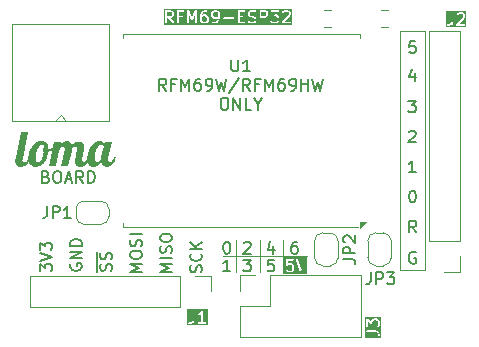
<source format=gbr>
%TF.GenerationSoftware,KiCad,Pcbnew,8.0.8*%
%TF.CreationDate,2025-03-02T22:10:18+01:00*%
%TF.ProjectId,RFM69HW Breakout,52464d36-3948-4572-9042-7265616b6f75,rev?*%
%TF.SameCoordinates,Original*%
%TF.FileFunction,Legend,Top*%
%TF.FilePolarity,Positive*%
%FSLAX46Y46*%
G04 Gerber Fmt 4.6, Leading zero omitted, Abs format (unit mm)*
G04 Created by KiCad (PCBNEW 8.0.8) date 2025-03-02 22:10:18*
%MOMM*%
%LPD*%
G01*
G04 APERTURE LIST*
%ADD10C,0.100000*%
%ADD11C,0.150000*%
%ADD12C,0.120000*%
G04 APERTURE END LIST*
D10*
X156228600Y-104110000D02*
X163348600Y-104110000D01*
X171273000Y-84992000D02*
X173327000Y-84992000D01*
X173327000Y-105292000D01*
X171273000Y-105292000D01*
X171273000Y-84992000D01*
X157348600Y-102683800D02*
X157348600Y-105417800D01*
X159348600Y-102683800D02*
X159348600Y-105417800D01*
X161348600Y-105477800D02*
X161348600Y-102683800D01*
D11*
X143357438Y-104739411D02*
X143309819Y-104834649D01*
X143309819Y-104834649D02*
X143309819Y-104977506D01*
X143309819Y-104977506D02*
X143357438Y-105120363D01*
X143357438Y-105120363D02*
X143452676Y-105215601D01*
X143452676Y-105215601D02*
X143547914Y-105263220D01*
X143547914Y-105263220D02*
X143738390Y-105310839D01*
X143738390Y-105310839D02*
X143881247Y-105310839D01*
X143881247Y-105310839D02*
X144071723Y-105263220D01*
X144071723Y-105263220D02*
X144166961Y-105215601D01*
X144166961Y-105215601D02*
X144262200Y-105120363D01*
X144262200Y-105120363D02*
X144309819Y-104977506D01*
X144309819Y-104977506D02*
X144309819Y-104882268D01*
X144309819Y-104882268D02*
X144262200Y-104739411D01*
X144262200Y-104739411D02*
X144214580Y-104691792D01*
X144214580Y-104691792D02*
X143881247Y-104691792D01*
X143881247Y-104691792D02*
X143881247Y-104882268D01*
X144309819Y-104263220D02*
X143309819Y-104263220D01*
X143309819Y-104263220D02*
X144309819Y-103691792D01*
X144309819Y-103691792D02*
X143309819Y-103691792D01*
X144309819Y-103215601D02*
X143309819Y-103215601D01*
X143309819Y-103215601D02*
X143309819Y-102977506D01*
X143309819Y-102977506D02*
X143357438Y-102834649D01*
X143357438Y-102834649D02*
X143452676Y-102739411D01*
X143452676Y-102739411D02*
X143547914Y-102691792D01*
X143547914Y-102691792D02*
X143738390Y-102644173D01*
X143738390Y-102644173D02*
X143881247Y-102644173D01*
X143881247Y-102644173D02*
X144071723Y-102691792D01*
X144071723Y-102691792D02*
X144166961Y-102739411D01*
X144166961Y-102739411D02*
X144262200Y-102834649D01*
X144262200Y-102834649D02*
X144309819Y-102977506D01*
X144309819Y-102977506D02*
X144309819Y-103215601D01*
X157990141Y-104376819D02*
X158609188Y-104376819D01*
X158609188Y-104376819D02*
X158275855Y-104757771D01*
X158275855Y-104757771D02*
X158418712Y-104757771D01*
X158418712Y-104757771D02*
X158513950Y-104805390D01*
X158513950Y-104805390D02*
X158561569Y-104853009D01*
X158561569Y-104853009D02*
X158609188Y-104948247D01*
X158609188Y-104948247D02*
X158609188Y-105186342D01*
X158609188Y-105186342D02*
X158561569Y-105281580D01*
X158561569Y-105281580D02*
X158513950Y-105329200D01*
X158513950Y-105329200D02*
X158418712Y-105376819D01*
X158418712Y-105376819D02*
X158132998Y-105376819D01*
X158132998Y-105376819D02*
X158037760Y-105329200D01*
X158037760Y-105329200D02*
X157990141Y-105281580D01*
X141270112Y-97346009D02*
X141412969Y-97393628D01*
X141412969Y-97393628D02*
X141460588Y-97441247D01*
X141460588Y-97441247D02*
X141508207Y-97536485D01*
X141508207Y-97536485D02*
X141508207Y-97679342D01*
X141508207Y-97679342D02*
X141460588Y-97774580D01*
X141460588Y-97774580D02*
X141412969Y-97822200D01*
X141412969Y-97822200D02*
X141317731Y-97869819D01*
X141317731Y-97869819D02*
X140936779Y-97869819D01*
X140936779Y-97869819D02*
X140936779Y-96869819D01*
X140936779Y-96869819D02*
X141270112Y-96869819D01*
X141270112Y-96869819D02*
X141365350Y-96917438D01*
X141365350Y-96917438D02*
X141412969Y-96965057D01*
X141412969Y-96965057D02*
X141460588Y-97060295D01*
X141460588Y-97060295D02*
X141460588Y-97155533D01*
X141460588Y-97155533D02*
X141412969Y-97250771D01*
X141412969Y-97250771D02*
X141365350Y-97298390D01*
X141365350Y-97298390D02*
X141270112Y-97346009D01*
X141270112Y-97346009D02*
X140936779Y-97346009D01*
X142127255Y-96869819D02*
X142317731Y-96869819D01*
X142317731Y-96869819D02*
X142412969Y-96917438D01*
X142412969Y-96917438D02*
X142508207Y-97012676D01*
X142508207Y-97012676D02*
X142555826Y-97203152D01*
X142555826Y-97203152D02*
X142555826Y-97536485D01*
X142555826Y-97536485D02*
X142508207Y-97726961D01*
X142508207Y-97726961D02*
X142412969Y-97822200D01*
X142412969Y-97822200D02*
X142317731Y-97869819D01*
X142317731Y-97869819D02*
X142127255Y-97869819D01*
X142127255Y-97869819D02*
X142032017Y-97822200D01*
X142032017Y-97822200D02*
X141936779Y-97726961D01*
X141936779Y-97726961D02*
X141889160Y-97536485D01*
X141889160Y-97536485D02*
X141889160Y-97203152D01*
X141889160Y-97203152D02*
X141936779Y-97012676D01*
X141936779Y-97012676D02*
X142032017Y-96917438D01*
X142032017Y-96917438D02*
X142127255Y-96869819D01*
X142936779Y-97584104D02*
X143412969Y-97584104D01*
X142841541Y-97869819D02*
X143174874Y-96869819D01*
X143174874Y-96869819D02*
X143508207Y-97869819D01*
X144412969Y-97869819D02*
X144079636Y-97393628D01*
X143841541Y-97869819D02*
X143841541Y-96869819D01*
X143841541Y-96869819D02*
X144222493Y-96869819D01*
X144222493Y-96869819D02*
X144317731Y-96917438D01*
X144317731Y-96917438D02*
X144365350Y-96965057D01*
X144365350Y-96965057D02*
X144412969Y-97060295D01*
X144412969Y-97060295D02*
X144412969Y-97203152D01*
X144412969Y-97203152D02*
X144365350Y-97298390D01*
X144365350Y-97298390D02*
X144317731Y-97346009D01*
X144317731Y-97346009D02*
X144222493Y-97393628D01*
X144222493Y-97393628D02*
X143841541Y-97393628D01*
X144841541Y-97869819D02*
X144841541Y-96869819D01*
X144841541Y-96869819D02*
X145079636Y-96869819D01*
X145079636Y-96869819D02*
X145222493Y-96917438D01*
X145222493Y-96917438D02*
X145317731Y-97012676D01*
X145317731Y-97012676D02*
X145365350Y-97107914D01*
X145365350Y-97107914D02*
X145412969Y-97298390D01*
X145412969Y-97298390D02*
X145412969Y-97441247D01*
X145412969Y-97441247D02*
X145365350Y-97631723D01*
X145365350Y-97631723D02*
X145317731Y-97726961D01*
X145317731Y-97726961D02*
X145222493Y-97822200D01*
X145222493Y-97822200D02*
X145079636Y-97869819D01*
X145079636Y-97869819D02*
X144841541Y-97869819D01*
G36*
X154820923Y-83798029D02*
G01*
X154851330Y-83828436D01*
X154885588Y-83896952D01*
X154885588Y-84099637D01*
X154851329Y-84168153D01*
X154820922Y-84198561D01*
X154752407Y-84232819D01*
X154597341Y-84232819D01*
X154528825Y-84198561D01*
X154498418Y-84168153D01*
X154464160Y-84099637D01*
X154464160Y-83896952D01*
X154498418Y-83828436D01*
X154528825Y-83798029D01*
X154597341Y-83763771D01*
X154752407Y-83763771D01*
X154820923Y-83798029D01*
G37*
G36*
X155773304Y-83417077D02*
G01*
X155803711Y-83447484D01*
X155837969Y-83516000D01*
X155837969Y-83718685D01*
X155803711Y-83787201D01*
X155773304Y-83817608D01*
X155704788Y-83851866D01*
X155549722Y-83851866D01*
X155481206Y-83817608D01*
X155450799Y-83787201D01*
X155416541Y-83718685D01*
X155416541Y-83516000D01*
X155450799Y-83447484D01*
X155481206Y-83417077D01*
X155549722Y-83382819D01*
X155704788Y-83382819D01*
X155773304Y-83417077D01*
G37*
G36*
X151868542Y-83417077D02*
G01*
X151898949Y-83447484D01*
X151933207Y-83516000D01*
X151933207Y-83623447D01*
X151898949Y-83691963D01*
X151868542Y-83722370D01*
X151800026Y-83756628D01*
X151511779Y-83756628D01*
X151511779Y-83382819D01*
X151800026Y-83382819D01*
X151868542Y-83417077D01*
G37*
G36*
X159868542Y-83417077D02*
G01*
X159898949Y-83447484D01*
X159933207Y-83516000D01*
X159933207Y-83623447D01*
X159898949Y-83691963D01*
X159868542Y-83722370D01*
X159800026Y-83756628D01*
X159511779Y-83756628D01*
X159511779Y-83382819D01*
X159800026Y-83382819D01*
X159868542Y-83417077D01*
G37*
G36*
X162099080Y-84493930D02*
G01*
X151250668Y-84493930D01*
X151250668Y-83307819D01*
X151361779Y-83307819D01*
X151361779Y-84307819D01*
X151363220Y-84322451D01*
X151374419Y-84349487D01*
X151395111Y-84370179D01*
X151422147Y-84381378D01*
X151451411Y-84381378D01*
X151478447Y-84370179D01*
X151499139Y-84349487D01*
X151510338Y-84322451D01*
X151511779Y-84307819D01*
X151511779Y-83906628D01*
X151635825Y-83906628D01*
X151946765Y-84350829D01*
X151956336Y-84361989D01*
X151981015Y-84377716D01*
X152009832Y-84382802D01*
X152038403Y-84376472D01*
X152062377Y-84359690D01*
X152078104Y-84335012D01*
X152083189Y-84306194D01*
X152076860Y-84277623D01*
X152069650Y-84264810D01*
X151818846Y-83906518D01*
X151832363Y-83905187D01*
X151834852Y-83904155D01*
X151837540Y-83903965D01*
X151851272Y-83898710D01*
X151946510Y-83851091D01*
X151952809Y-83847126D01*
X151954637Y-83846369D01*
X151956693Y-83844680D01*
X151958953Y-83843259D01*
X151960252Y-83841760D01*
X151966002Y-83837042D01*
X152013621Y-83789423D01*
X152018339Y-83783673D01*
X152019838Y-83782374D01*
X152021259Y-83780114D01*
X152022948Y-83778058D01*
X152023705Y-83776230D01*
X152027670Y-83769931D01*
X152075289Y-83674693D01*
X152080544Y-83660962D01*
X152080735Y-83658272D01*
X152081766Y-83655784D01*
X152083207Y-83641152D01*
X152083207Y-83498295D01*
X152081766Y-83483663D01*
X152080735Y-83481174D01*
X152080544Y-83478485D01*
X152075289Y-83464754D01*
X152027670Y-83369516D01*
X152023705Y-83363216D01*
X152022948Y-83361389D01*
X152021259Y-83359332D01*
X152019838Y-83357073D01*
X152018339Y-83355773D01*
X152013621Y-83350024D01*
X151971416Y-83307819D01*
X152361779Y-83307819D01*
X152361779Y-84307819D01*
X152363220Y-84322451D01*
X152374419Y-84349487D01*
X152395111Y-84370179D01*
X152422147Y-84381378D01*
X152451411Y-84381378D01*
X152478447Y-84370179D01*
X152499139Y-84349487D01*
X152510338Y-84322451D01*
X152511779Y-84307819D01*
X152511779Y-83859009D01*
X152770112Y-83859009D01*
X152784744Y-83857568D01*
X152811780Y-83846369D01*
X152832472Y-83825677D01*
X152843671Y-83798641D01*
X152843671Y-83769377D01*
X152832472Y-83742341D01*
X152811780Y-83721649D01*
X152784744Y-83710450D01*
X152770112Y-83709009D01*
X152511779Y-83709009D01*
X152511779Y-83382819D01*
X152912969Y-83382819D01*
X152927601Y-83381378D01*
X152954637Y-83370179D01*
X152975329Y-83349487D01*
X152986528Y-83322451D01*
X152986528Y-83307819D01*
X153218922Y-83307819D01*
X153218922Y-84307819D01*
X153220363Y-84322451D01*
X153231562Y-84349487D01*
X153252254Y-84370179D01*
X153279290Y-84381378D01*
X153308554Y-84381378D01*
X153335590Y-84370179D01*
X153356282Y-84349487D01*
X153367481Y-84322451D01*
X153368922Y-84307819D01*
X153368922Y-83645886D01*
X153559291Y-84053821D01*
X153562465Y-84059180D01*
X153563125Y-84060993D01*
X153564299Y-84062275D01*
X153566785Y-84066471D01*
X153575194Y-84074171D01*
X153582889Y-84082574D01*
X153585907Y-84083982D01*
X153588366Y-84086234D01*
X153599078Y-84090129D01*
X153609407Y-84094950D01*
X153612735Y-84095096D01*
X153615867Y-84096235D01*
X153627261Y-84095734D01*
X153638643Y-84096234D01*
X153641771Y-84095096D01*
X153645103Y-84094950D01*
X153655438Y-84090126D01*
X153666144Y-84086234D01*
X153668599Y-84083984D01*
X153671621Y-84082575D01*
X153679322Y-84074164D01*
X153687725Y-84066470D01*
X153690208Y-84062277D01*
X153691385Y-84060993D01*
X153692045Y-84059177D01*
X153695219Y-84053820D01*
X153885588Y-83645886D01*
X153885588Y-84307819D01*
X153887029Y-84322451D01*
X153898228Y-84349487D01*
X153918920Y-84370179D01*
X153945956Y-84381378D01*
X153975220Y-84381378D01*
X154002256Y-84370179D01*
X154022948Y-84349487D01*
X154034147Y-84322451D01*
X154035588Y-84307819D01*
X154035588Y-83736390D01*
X154314160Y-83736390D01*
X154314160Y-84117342D01*
X154315601Y-84131974D01*
X154316632Y-84134463D01*
X154316823Y-84137151D01*
X154322078Y-84150883D01*
X154369697Y-84246121D01*
X154373660Y-84252417D01*
X154374418Y-84254247D01*
X154376107Y-84256305D01*
X154377529Y-84258564D01*
X154379027Y-84259863D01*
X154383745Y-84265612D01*
X154431364Y-84313232D01*
X154437113Y-84317950D01*
X154438414Y-84319450D01*
X154440673Y-84320872D01*
X154442730Y-84322560D01*
X154444557Y-84323317D01*
X154450857Y-84327282D01*
X154546095Y-84374901D01*
X154559826Y-84380156D01*
X154562515Y-84380347D01*
X154565004Y-84381378D01*
X154579636Y-84382819D01*
X154770112Y-84382819D01*
X154784744Y-84381378D01*
X154787233Y-84380346D01*
X154789921Y-84380156D01*
X154803653Y-84374901D01*
X154898891Y-84327282D01*
X154905190Y-84323317D01*
X154907018Y-84322560D01*
X154909074Y-84320872D01*
X154911334Y-84319450D01*
X154912634Y-84317950D01*
X154918384Y-84313232D01*
X154966002Y-84265613D01*
X154970720Y-84259863D01*
X154972219Y-84258564D01*
X154973640Y-84256305D01*
X154975330Y-84254247D01*
X154976087Y-84252417D01*
X154980051Y-84246121D01*
X155027670Y-84150883D01*
X155032925Y-84137152D01*
X155033116Y-84134462D01*
X155034147Y-84131974D01*
X155035588Y-84117342D01*
X155035588Y-83879247D01*
X155034147Y-83864615D01*
X155033116Y-83862126D01*
X155032925Y-83859437D01*
X155027670Y-83845706D01*
X154980051Y-83750468D01*
X154976086Y-83744168D01*
X154975329Y-83742341D01*
X154973640Y-83740284D01*
X154972219Y-83738025D01*
X154970720Y-83736725D01*
X154966002Y-83730976D01*
X154918383Y-83683357D01*
X154912633Y-83678638D01*
X154911334Y-83677140D01*
X154909074Y-83675718D01*
X154907018Y-83674030D01*
X154905190Y-83673272D01*
X154898891Y-83669308D01*
X154803653Y-83621689D01*
X154789921Y-83616434D01*
X154787233Y-83616243D01*
X154784744Y-83615212D01*
X154770112Y-83613771D01*
X154579636Y-83613771D01*
X154565004Y-83615212D01*
X154562515Y-83616242D01*
X154559826Y-83616434D01*
X154546095Y-83621689D01*
X154487865Y-83650804D01*
X154506389Y-83576707D01*
X154558663Y-83498295D01*
X155266541Y-83498295D01*
X155266541Y-83736390D01*
X155267982Y-83751022D01*
X155269013Y-83753511D01*
X155269204Y-83756199D01*
X155274459Y-83769931D01*
X155322078Y-83865169D01*
X155326042Y-83871468D01*
X155326800Y-83873296D01*
X155328488Y-83875352D01*
X155329910Y-83877612D01*
X155331408Y-83878911D01*
X155336127Y-83884661D01*
X155383746Y-83932280D01*
X155389495Y-83936998D01*
X155390795Y-83938497D01*
X155393054Y-83939918D01*
X155395111Y-83941607D01*
X155396938Y-83942364D01*
X155403238Y-83946329D01*
X155498476Y-83993948D01*
X155512207Y-83999203D01*
X155514896Y-83999394D01*
X155517385Y-84000425D01*
X155532017Y-84001866D01*
X155722493Y-84001866D01*
X155737125Y-84000425D01*
X155739614Y-83999393D01*
X155742302Y-83999203D01*
X155756034Y-83993948D01*
X155814264Y-83964833D01*
X155795740Y-84038929D01*
X155711825Y-84164800D01*
X155678065Y-84198561D01*
X155609550Y-84232819D01*
X155436779Y-84232819D01*
X155422147Y-84234260D01*
X155395111Y-84245459D01*
X155374419Y-84266151D01*
X155363220Y-84293187D01*
X155363220Y-84322451D01*
X155374419Y-84349487D01*
X155395111Y-84370179D01*
X155422147Y-84381378D01*
X155436779Y-84382819D01*
X155627255Y-84382819D01*
X155641887Y-84381378D01*
X155644376Y-84380346D01*
X155647064Y-84380156D01*
X155660796Y-84374901D01*
X155756034Y-84327282D01*
X155762333Y-84323317D01*
X155764161Y-84322560D01*
X155766217Y-84320872D01*
X155768477Y-84319450D01*
X155769777Y-84317950D01*
X155775527Y-84313232D01*
X155823145Y-84265613D01*
X155823178Y-84265572D01*
X155823200Y-84265558D01*
X155827939Y-84259771D01*
X155832473Y-84254247D01*
X155832482Y-84254223D01*
X155832516Y-84254183D01*
X155927754Y-84111325D01*
X155932058Y-84103250D01*
X155933164Y-84101759D01*
X155933793Y-84099996D01*
X155934671Y-84098351D01*
X155935029Y-84096536D01*
X155938111Y-84087913D01*
X155982031Y-83912234D01*
X156267982Y-83912234D01*
X156267982Y-83941498D01*
X156279181Y-83968534D01*
X156299873Y-83989226D01*
X156326909Y-84000425D01*
X156341541Y-84001866D01*
X156647493Y-84001866D01*
X156647493Y-84307819D01*
X156648934Y-84322451D01*
X156660133Y-84349487D01*
X156680825Y-84370179D01*
X156707861Y-84381378D01*
X156737125Y-84381378D01*
X156764161Y-84370179D01*
X156784853Y-84349487D01*
X156796052Y-84322451D01*
X156797493Y-84307819D01*
X156797493Y-84001866D01*
X157103446Y-84001866D01*
X157118078Y-84000425D01*
X157145114Y-83989226D01*
X157165806Y-83968534D01*
X157177005Y-83941498D01*
X157177005Y-83912234D01*
X157165806Y-83885198D01*
X157145114Y-83864506D01*
X157118078Y-83853307D01*
X157103446Y-83851866D01*
X156797493Y-83851866D01*
X156797493Y-83545914D01*
X156796052Y-83531282D01*
X156784853Y-83504246D01*
X156764161Y-83483554D01*
X156737125Y-83472355D01*
X156707861Y-83472355D01*
X156680825Y-83483554D01*
X156660133Y-83504246D01*
X156648934Y-83531282D01*
X156647493Y-83545914D01*
X156647493Y-83851866D01*
X156341541Y-83851866D01*
X156326909Y-83853307D01*
X156299873Y-83864506D01*
X156279181Y-83885198D01*
X156267982Y-83912234D01*
X155982031Y-83912234D01*
X155985730Y-83897437D01*
X155986105Y-83894900D01*
X155986528Y-83893879D01*
X155987070Y-83888366D01*
X155987880Y-83882893D01*
X155987717Y-83881800D01*
X155987969Y-83879247D01*
X155987969Y-83498295D01*
X155986528Y-83483663D01*
X155985497Y-83481174D01*
X155985306Y-83478485D01*
X155980051Y-83464754D01*
X155932432Y-83369516D01*
X155928467Y-83363216D01*
X155927710Y-83361389D01*
X155926021Y-83359332D01*
X155924600Y-83357073D01*
X155923101Y-83355773D01*
X155918383Y-83350024D01*
X155876178Y-83307819D01*
X157504636Y-83307819D01*
X157504636Y-84307819D01*
X157506077Y-84322451D01*
X157517276Y-84349487D01*
X157537968Y-84370179D01*
X157565004Y-84381378D01*
X157579636Y-84382819D01*
X158055826Y-84382819D01*
X158070458Y-84381378D01*
X158097494Y-84370179D01*
X158118186Y-84349487D01*
X158129385Y-84322451D01*
X158129385Y-84293187D01*
X158118186Y-84266151D01*
X158097494Y-84245459D01*
X158070458Y-84234260D01*
X158055826Y-84232819D01*
X157654636Y-84232819D01*
X157654636Y-83859009D01*
X157912969Y-83859009D01*
X157927601Y-83857568D01*
X157954637Y-83846369D01*
X157975329Y-83825677D01*
X157986528Y-83798641D01*
X157986528Y-83769377D01*
X157975329Y-83742341D01*
X157954637Y-83721649D01*
X157927601Y-83710450D01*
X157912969Y-83709009D01*
X157654636Y-83709009D01*
X157654636Y-83498295D01*
X158361779Y-83498295D01*
X158361779Y-83593533D01*
X158363220Y-83608165D01*
X158364251Y-83610654D01*
X158364442Y-83613342D01*
X158369697Y-83627074D01*
X158417316Y-83722312D01*
X158421280Y-83728611D01*
X158422038Y-83730439D01*
X158423726Y-83732495D01*
X158425148Y-83734755D01*
X158426646Y-83736054D01*
X158431365Y-83741804D01*
X158478984Y-83789423D01*
X158484733Y-83794141D01*
X158486033Y-83795640D01*
X158488292Y-83797061D01*
X158490349Y-83798750D01*
X158492176Y-83799507D01*
X158498476Y-83803472D01*
X158593714Y-83851091D01*
X158594783Y-83851500D01*
X158595219Y-83851823D01*
X158601355Y-83854015D01*
X158607445Y-83856346D01*
X158607985Y-83856384D01*
X158609065Y-83856770D01*
X158791555Y-83902392D01*
X158868542Y-83940886D01*
X158898949Y-83971293D01*
X158933207Y-84039809D01*
X158933207Y-84099637D01*
X158898948Y-84168153D01*
X158868541Y-84198561D01*
X158800026Y-84232819D01*
X158591806Y-84232819D01*
X158460496Y-84189049D01*
X158446159Y-84185789D01*
X158416969Y-84187864D01*
X158390796Y-84200950D01*
X158371622Y-84223057D01*
X158362368Y-84250820D01*
X158364443Y-84280010D01*
X158377529Y-84306183D01*
X158399636Y-84325357D01*
X158413062Y-84331351D01*
X158555918Y-84378970D01*
X158563173Y-84380619D01*
X158565004Y-84381378D01*
X158567657Y-84381639D01*
X158570255Y-84382230D01*
X158572229Y-84382089D01*
X158579636Y-84382819D01*
X158817731Y-84382819D01*
X158832363Y-84381378D01*
X158834852Y-84380346D01*
X158837540Y-84380156D01*
X158851272Y-84374901D01*
X158946510Y-84327282D01*
X158952809Y-84323317D01*
X158954637Y-84322560D01*
X158956693Y-84320872D01*
X158958953Y-84319450D01*
X158960253Y-84317950D01*
X158966003Y-84313232D01*
X159013621Y-84265613D01*
X159018339Y-84259863D01*
X159019838Y-84258564D01*
X159021259Y-84256305D01*
X159022949Y-84254247D01*
X159023706Y-84252417D01*
X159027670Y-84246121D01*
X159075289Y-84150883D01*
X159080544Y-84137152D01*
X159080735Y-84134462D01*
X159081766Y-84131974D01*
X159083207Y-84117342D01*
X159083207Y-84022104D01*
X159081766Y-84007472D01*
X159080735Y-84004983D01*
X159080544Y-84002294D01*
X159075289Y-83988563D01*
X159027670Y-83893325D01*
X159023705Y-83887025D01*
X159022948Y-83885198D01*
X159021259Y-83883141D01*
X159019838Y-83880882D01*
X159018339Y-83879582D01*
X159013621Y-83873833D01*
X158966002Y-83826214D01*
X158960252Y-83821495D01*
X158958953Y-83819997D01*
X158956693Y-83818575D01*
X158954637Y-83816887D01*
X158952809Y-83816129D01*
X158946510Y-83812165D01*
X158851272Y-83764546D01*
X158850202Y-83764136D01*
X158849767Y-83763814D01*
X158843621Y-83761618D01*
X158837540Y-83759291D01*
X158837000Y-83759252D01*
X158835921Y-83758867D01*
X158653431Y-83713244D01*
X158576444Y-83674751D01*
X158546037Y-83644344D01*
X158511779Y-83575828D01*
X158511779Y-83516000D01*
X158546037Y-83447484D01*
X158576444Y-83417077D01*
X158644960Y-83382819D01*
X158853180Y-83382819D01*
X158984489Y-83426589D01*
X158998826Y-83429849D01*
X159028016Y-83427774D01*
X159054190Y-83414688D01*
X159073364Y-83392580D01*
X159082618Y-83364818D01*
X159080543Y-83335628D01*
X159067456Y-83309455D01*
X159065570Y-83307819D01*
X159361779Y-83307819D01*
X159361779Y-84307819D01*
X159363220Y-84322451D01*
X159374419Y-84349487D01*
X159395111Y-84370179D01*
X159422147Y-84381378D01*
X159451411Y-84381378D01*
X159478447Y-84370179D01*
X159499139Y-84349487D01*
X159510338Y-84322451D01*
X159511779Y-84307819D01*
X159511779Y-83906628D01*
X159817731Y-83906628D01*
X159832363Y-83905187D01*
X159834852Y-83904155D01*
X159837540Y-83903965D01*
X159851272Y-83898710D01*
X159946510Y-83851091D01*
X159952809Y-83847126D01*
X159954637Y-83846369D01*
X159956693Y-83844680D01*
X159958953Y-83843259D01*
X159960252Y-83841760D01*
X159966002Y-83837042D01*
X160013621Y-83789423D01*
X160018339Y-83783673D01*
X160019838Y-83782374D01*
X160021259Y-83780114D01*
X160022948Y-83778058D01*
X160023705Y-83776230D01*
X160027670Y-83769931D01*
X160075289Y-83674693D01*
X160080544Y-83660962D01*
X160080735Y-83658272D01*
X160081766Y-83655784D01*
X160083207Y-83641152D01*
X160083207Y-83498295D01*
X160081766Y-83483663D01*
X160080735Y-83481174D01*
X160080544Y-83478485D01*
X160075289Y-83464754D01*
X160027670Y-83369516D01*
X160023705Y-83363216D01*
X160022948Y-83361389D01*
X160021259Y-83359332D01*
X160019838Y-83357073D01*
X160018339Y-83355773D01*
X160013621Y-83350024D01*
X159966002Y-83302405D01*
X159960252Y-83297686D01*
X159958953Y-83296188D01*
X159956693Y-83294766D01*
X159954770Y-83293187D01*
X160267982Y-83293187D01*
X160267982Y-83322451D01*
X160279181Y-83349487D01*
X160299873Y-83370179D01*
X160326909Y-83381378D01*
X160341541Y-83382819D01*
X160795306Y-83382819D01*
X160570812Y-83639383D01*
X160566290Y-83645707D01*
X160564895Y-83647103D01*
X160564346Y-83648426D01*
X160562261Y-83651344D01*
X160558359Y-83662881D01*
X160553696Y-83674139D01*
X160553696Y-83676669D01*
X160552886Y-83679065D01*
X160553696Y-83691218D01*
X160553696Y-83703403D01*
X160554663Y-83705739D01*
X160554832Y-83708263D01*
X160560234Y-83719188D01*
X160564895Y-83730439D01*
X160566681Y-83732225D01*
X160567804Y-83734495D01*
X160576976Y-83742520D01*
X160585587Y-83751131D01*
X160587923Y-83752099D01*
X160589828Y-83753765D01*
X160601365Y-83757666D01*
X160612623Y-83762330D01*
X160616193Y-83762681D01*
X160617549Y-83763140D01*
X160619516Y-83763008D01*
X160627255Y-83763771D01*
X160752407Y-83763771D01*
X160820923Y-83798029D01*
X160851330Y-83828436D01*
X160885588Y-83896952D01*
X160885588Y-84099637D01*
X160851329Y-84168153D01*
X160820922Y-84198561D01*
X160752407Y-84232819D01*
X160502103Y-84232819D01*
X160433587Y-84198561D01*
X160394575Y-84159548D01*
X160383209Y-84150220D01*
X160356173Y-84139021D01*
X160326910Y-84139021D01*
X160299874Y-84150219D01*
X160279181Y-84170912D01*
X160267982Y-84197948D01*
X160267982Y-84227211D01*
X160279180Y-84254247D01*
X160288507Y-84265612D01*
X160336126Y-84313232D01*
X160341875Y-84317950D01*
X160343176Y-84319450D01*
X160345435Y-84320872D01*
X160347492Y-84322560D01*
X160349319Y-84323317D01*
X160355619Y-84327282D01*
X160450857Y-84374901D01*
X160464588Y-84380156D01*
X160467277Y-84380347D01*
X160469766Y-84381378D01*
X160484398Y-84382819D01*
X160770112Y-84382819D01*
X160784744Y-84381378D01*
X160787233Y-84380346D01*
X160789921Y-84380156D01*
X160803653Y-84374901D01*
X160898891Y-84327282D01*
X160905190Y-84323317D01*
X160907018Y-84322560D01*
X160909074Y-84320872D01*
X160911334Y-84319450D01*
X160912634Y-84317950D01*
X160918384Y-84313232D01*
X160938429Y-84293187D01*
X161220363Y-84293187D01*
X161220363Y-84322451D01*
X161231562Y-84349487D01*
X161252254Y-84370179D01*
X161279290Y-84381378D01*
X161293922Y-84382819D01*
X161912969Y-84382819D01*
X161927601Y-84381378D01*
X161954637Y-84370179D01*
X161975329Y-84349487D01*
X161986528Y-84322451D01*
X161986528Y-84293187D01*
X161975329Y-84266151D01*
X161954637Y-84245459D01*
X161927601Y-84234260D01*
X161912969Y-84232819D01*
X161474988Y-84232819D01*
X161918383Y-83789423D01*
X161927711Y-83778058D01*
X161928742Y-83775567D01*
X161930507Y-83773533D01*
X161936501Y-83760107D01*
X161984120Y-83617251D01*
X161985769Y-83609995D01*
X161986528Y-83608165D01*
X161986789Y-83605511D01*
X161987380Y-83602914D01*
X161987239Y-83600939D01*
X161987969Y-83593533D01*
X161987969Y-83498295D01*
X161986528Y-83483663D01*
X161985497Y-83481174D01*
X161985306Y-83478485D01*
X161980051Y-83464754D01*
X161932432Y-83369516D01*
X161928467Y-83363216D01*
X161927710Y-83361389D01*
X161926021Y-83359332D01*
X161924600Y-83357073D01*
X161923101Y-83355773D01*
X161918383Y-83350024D01*
X161870764Y-83302405D01*
X161865014Y-83297686D01*
X161863715Y-83296188D01*
X161861455Y-83294766D01*
X161859399Y-83293078D01*
X161857571Y-83292320D01*
X161851272Y-83288356D01*
X161756034Y-83240737D01*
X161742302Y-83235482D01*
X161739614Y-83235291D01*
X161737125Y-83234260D01*
X161722493Y-83232819D01*
X161484398Y-83232819D01*
X161469766Y-83234260D01*
X161467277Y-83235290D01*
X161464588Y-83235482D01*
X161450857Y-83240737D01*
X161355619Y-83288356D01*
X161349319Y-83292320D01*
X161347492Y-83293078D01*
X161345435Y-83294766D01*
X161343176Y-83296188D01*
X161341876Y-83297686D01*
X161336127Y-83302405D01*
X161288508Y-83350024D01*
X161279181Y-83361389D01*
X161267982Y-83388426D01*
X161267982Y-83417688D01*
X161279181Y-83444725D01*
X161299873Y-83465417D01*
X161326910Y-83476616D01*
X161356172Y-83476616D01*
X161383209Y-83465417D01*
X161394574Y-83456090D01*
X161433587Y-83417077D01*
X161502103Y-83382819D01*
X161704788Y-83382819D01*
X161773304Y-83417077D01*
X161803711Y-83447484D01*
X161837969Y-83516000D01*
X161837969Y-83581363D01*
X161799797Y-83695876D01*
X161240889Y-84254786D01*
X161231562Y-84266151D01*
X161220363Y-84293187D01*
X160938429Y-84293187D01*
X160966002Y-84265613D01*
X160970720Y-84259863D01*
X160972219Y-84258564D01*
X160973640Y-84256305D01*
X160975330Y-84254247D01*
X160976087Y-84252417D01*
X160980051Y-84246121D01*
X161027670Y-84150883D01*
X161032925Y-84137152D01*
X161033116Y-84134462D01*
X161034147Y-84131974D01*
X161035588Y-84117342D01*
X161035588Y-83879247D01*
X161034147Y-83864615D01*
X161033116Y-83862126D01*
X161032925Y-83859437D01*
X161027670Y-83845706D01*
X160980051Y-83750468D01*
X160976086Y-83744168D01*
X160975329Y-83742341D01*
X160973640Y-83740284D01*
X160972219Y-83738025D01*
X160970720Y-83736725D01*
X160966002Y-83730976D01*
X160918383Y-83683357D01*
X160912633Y-83678638D01*
X160911334Y-83677140D01*
X160909074Y-83675718D01*
X160907018Y-83674030D01*
X160905190Y-83673272D01*
X160898891Y-83669308D01*
X160803653Y-83621689D01*
X160790135Y-83616516D01*
X161017031Y-83357207D01*
X161021552Y-83350882D01*
X161022948Y-83349487D01*
X161023496Y-83348163D01*
X161025582Y-83345246D01*
X161029483Y-83333708D01*
X161034147Y-83322451D01*
X161034147Y-83319920D01*
X161034957Y-83317525D01*
X161034147Y-83305371D01*
X161034147Y-83293187D01*
X161033179Y-83290850D01*
X161033011Y-83288327D01*
X161027608Y-83277401D01*
X161022948Y-83266151D01*
X161021161Y-83264364D01*
X161020039Y-83262095D01*
X161010866Y-83254069D01*
X161002256Y-83245459D01*
X160999919Y-83244490D01*
X160998015Y-83242825D01*
X160986477Y-83238923D01*
X160975220Y-83234260D01*
X160971649Y-83233908D01*
X160970294Y-83233450D01*
X160968326Y-83233581D01*
X160960588Y-83232819D01*
X160341541Y-83232819D01*
X160326909Y-83234260D01*
X160299873Y-83245459D01*
X160279181Y-83266151D01*
X160267982Y-83293187D01*
X159954770Y-83293187D01*
X159954637Y-83293078D01*
X159952809Y-83292320D01*
X159946510Y-83288356D01*
X159851272Y-83240737D01*
X159837540Y-83235482D01*
X159834852Y-83235291D01*
X159832363Y-83234260D01*
X159817731Y-83232819D01*
X159436779Y-83232819D01*
X159422147Y-83234260D01*
X159395111Y-83245459D01*
X159374419Y-83266151D01*
X159363220Y-83293187D01*
X159361779Y-83307819D01*
X159065570Y-83307819D01*
X159045349Y-83290281D01*
X159031924Y-83284287D01*
X158889067Y-83236668D01*
X158881813Y-83235018D01*
X158879982Y-83234260D01*
X158877327Y-83233998D01*
X158874730Y-83233408D01*
X158872755Y-83233548D01*
X158865350Y-83232819D01*
X158627255Y-83232819D01*
X158612623Y-83234260D01*
X158610134Y-83235290D01*
X158607445Y-83235482D01*
X158593714Y-83240737D01*
X158498476Y-83288356D01*
X158492176Y-83292320D01*
X158490349Y-83293078D01*
X158488292Y-83294766D01*
X158486033Y-83296188D01*
X158484733Y-83297686D01*
X158478984Y-83302405D01*
X158431365Y-83350024D01*
X158426646Y-83355773D01*
X158425148Y-83357073D01*
X158423726Y-83359332D01*
X158422038Y-83361389D01*
X158421280Y-83363216D01*
X158417316Y-83369516D01*
X158369697Y-83464754D01*
X158364442Y-83478486D01*
X158364251Y-83481173D01*
X158363220Y-83483663D01*
X158361779Y-83498295D01*
X157654636Y-83498295D01*
X157654636Y-83382819D01*
X158055826Y-83382819D01*
X158070458Y-83381378D01*
X158097494Y-83370179D01*
X158118186Y-83349487D01*
X158129385Y-83322451D01*
X158129385Y-83293187D01*
X158118186Y-83266151D01*
X158097494Y-83245459D01*
X158070458Y-83234260D01*
X158055826Y-83232819D01*
X157579636Y-83232819D01*
X157565004Y-83234260D01*
X157537968Y-83245459D01*
X157517276Y-83266151D01*
X157506077Y-83293187D01*
X157504636Y-83307819D01*
X155876178Y-83307819D01*
X155870764Y-83302405D01*
X155865014Y-83297686D01*
X155863715Y-83296188D01*
X155861455Y-83294766D01*
X155859399Y-83293078D01*
X155857571Y-83292320D01*
X155851272Y-83288356D01*
X155756034Y-83240737D01*
X155742302Y-83235482D01*
X155739614Y-83235291D01*
X155737125Y-83234260D01*
X155722493Y-83232819D01*
X155532017Y-83232819D01*
X155517385Y-83234260D01*
X155514896Y-83235290D01*
X155512207Y-83235482D01*
X155498476Y-83240737D01*
X155403238Y-83288356D01*
X155396938Y-83292320D01*
X155395111Y-83293078D01*
X155393054Y-83294766D01*
X155390795Y-83296188D01*
X155389495Y-83297686D01*
X155383746Y-83302405D01*
X155336127Y-83350024D01*
X155331408Y-83355773D01*
X155329910Y-83357073D01*
X155328488Y-83359332D01*
X155326800Y-83361389D01*
X155326042Y-83363216D01*
X155322078Y-83369516D01*
X155274459Y-83464754D01*
X155269204Y-83478486D01*
X155269013Y-83481173D01*
X155267982Y-83483663D01*
X155266541Y-83498295D01*
X154558663Y-83498295D01*
X154590301Y-83450838D01*
X154624063Y-83417077D01*
X154692579Y-83382819D01*
X154865350Y-83382819D01*
X154879982Y-83381378D01*
X154907018Y-83370179D01*
X154927710Y-83349487D01*
X154938909Y-83322451D01*
X154938909Y-83293187D01*
X154927710Y-83266151D01*
X154907018Y-83245459D01*
X154879982Y-83234260D01*
X154865350Y-83232819D01*
X154674874Y-83232819D01*
X154660242Y-83234260D01*
X154657753Y-83235290D01*
X154655064Y-83235482D01*
X154641333Y-83240737D01*
X154546095Y-83288356D01*
X154539795Y-83292320D01*
X154537968Y-83293078D01*
X154535911Y-83294766D01*
X154533652Y-83296188D01*
X154532352Y-83297686D01*
X154526603Y-83302405D01*
X154478984Y-83350024D01*
X154478950Y-83350064D01*
X154478929Y-83350079D01*
X154474145Y-83355920D01*
X154469657Y-83361389D01*
X154469647Y-83361411D01*
X154469613Y-83361454D01*
X154374375Y-83504311D01*
X154370068Y-83512389D01*
X154368965Y-83513878D01*
X154368336Y-83515637D01*
X154367458Y-83517285D01*
X154367098Y-83519101D01*
X154364018Y-83527724D01*
X154316399Y-83718200D01*
X154316023Y-83720736D01*
X154315601Y-83721758D01*
X154315058Y-83727270D01*
X154314249Y-83732744D01*
X154314411Y-83733836D01*
X154314160Y-83736390D01*
X154035588Y-83736390D01*
X154035588Y-83307819D01*
X154034640Y-83298197D01*
X154034718Y-83296431D01*
X154034373Y-83295482D01*
X154034147Y-83293187D01*
X154029165Y-83281160D01*
X154024718Y-83268930D01*
X154023588Y-83267696D01*
X154022948Y-83266151D01*
X154013748Y-83256951D01*
X154004954Y-83247348D01*
X154003437Y-83246640D01*
X154002256Y-83245459D01*
X153990243Y-83240482D01*
X153978436Y-83234973D01*
X153976763Y-83234899D01*
X153975220Y-83234260D01*
X153962214Y-83234260D01*
X153949200Y-83233688D01*
X153947627Y-83234260D01*
X153945956Y-83234260D01*
X153933937Y-83239238D01*
X153921699Y-83243689D01*
X153920465Y-83244819D01*
X153918920Y-83245459D01*
X153909721Y-83254657D01*
X153900118Y-83263452D01*
X153898942Y-83265436D01*
X153898228Y-83266151D01*
X153897551Y-83267784D01*
X153892624Y-83276102D01*
X153627254Y-83844750D01*
X153361886Y-83276103D01*
X153356960Y-83267787D01*
X153356282Y-83266151D01*
X153355566Y-83265435D01*
X153354392Y-83263453D01*
X153344795Y-83254664D01*
X153335590Y-83245459D01*
X153334044Y-83244818D01*
X153332811Y-83243689D01*
X153320580Y-83239241D01*
X153308554Y-83234260D01*
X153306880Y-83234260D01*
X153305310Y-83233689D01*
X153292309Y-83234260D01*
X153279290Y-83234260D01*
X153277745Y-83234899D01*
X153276074Y-83234973D01*
X153264275Y-83240479D01*
X153252254Y-83245459D01*
X153251071Y-83246641D01*
X153249556Y-83247349D01*
X153240767Y-83256945D01*
X153231562Y-83266151D01*
X153230921Y-83267696D01*
X153229792Y-83268930D01*
X153225344Y-83281160D01*
X153220363Y-83293187D01*
X153220136Y-83295482D01*
X153219792Y-83296431D01*
X153219869Y-83298197D01*
X153218922Y-83307819D01*
X152986528Y-83307819D01*
X152986528Y-83293187D01*
X152975329Y-83266151D01*
X152954637Y-83245459D01*
X152927601Y-83234260D01*
X152912969Y-83232819D01*
X152436779Y-83232819D01*
X152422147Y-83234260D01*
X152395111Y-83245459D01*
X152374419Y-83266151D01*
X152363220Y-83293187D01*
X152361779Y-83307819D01*
X151971416Y-83307819D01*
X151966002Y-83302405D01*
X151960252Y-83297686D01*
X151958953Y-83296188D01*
X151956693Y-83294766D01*
X151954637Y-83293078D01*
X151952809Y-83292320D01*
X151946510Y-83288356D01*
X151851272Y-83240737D01*
X151837540Y-83235482D01*
X151834852Y-83235291D01*
X151832363Y-83234260D01*
X151817731Y-83232819D01*
X151436779Y-83232819D01*
X151422147Y-83234260D01*
X151395111Y-83245459D01*
X151374419Y-83266151D01*
X151363220Y-83293187D01*
X151361779Y-83307819D01*
X151250668Y-83307819D01*
X151250668Y-83121708D01*
X162099080Y-83121708D01*
X162099080Y-84493930D01*
G37*
X146802200Y-105310839D02*
X146849819Y-105167982D01*
X146849819Y-105167982D02*
X146849819Y-104929887D01*
X146849819Y-104929887D02*
X146802200Y-104834649D01*
X146802200Y-104834649D02*
X146754580Y-104787030D01*
X146754580Y-104787030D02*
X146659342Y-104739411D01*
X146659342Y-104739411D02*
X146564104Y-104739411D01*
X146564104Y-104739411D02*
X146468866Y-104787030D01*
X146468866Y-104787030D02*
X146421247Y-104834649D01*
X146421247Y-104834649D02*
X146373628Y-104929887D01*
X146373628Y-104929887D02*
X146326009Y-105120363D01*
X146326009Y-105120363D02*
X146278390Y-105215601D01*
X146278390Y-105215601D02*
X146230771Y-105263220D01*
X146230771Y-105263220D02*
X146135533Y-105310839D01*
X146135533Y-105310839D02*
X146040295Y-105310839D01*
X146040295Y-105310839D02*
X145945057Y-105263220D01*
X145945057Y-105263220D02*
X145897438Y-105215601D01*
X145897438Y-105215601D02*
X145849819Y-105120363D01*
X145849819Y-105120363D02*
X145849819Y-104882268D01*
X145849819Y-104882268D02*
X145897438Y-104739411D01*
X146802200Y-104358458D02*
X146849819Y-104215601D01*
X146849819Y-104215601D02*
X146849819Y-103977506D01*
X146849819Y-103977506D02*
X146802200Y-103882268D01*
X146802200Y-103882268D02*
X146754580Y-103834649D01*
X146754580Y-103834649D02*
X146659342Y-103787030D01*
X146659342Y-103787030D02*
X146564104Y-103787030D01*
X146564104Y-103787030D02*
X146468866Y-103834649D01*
X146468866Y-103834649D02*
X146421247Y-103882268D01*
X146421247Y-103882268D02*
X146373628Y-103977506D01*
X146373628Y-103977506D02*
X146326009Y-104167982D01*
X146326009Y-104167982D02*
X146278390Y-104263220D01*
X146278390Y-104263220D02*
X146230771Y-104310839D01*
X146230771Y-104310839D02*
X146135533Y-104358458D01*
X146135533Y-104358458D02*
X146040295Y-104358458D01*
X146040295Y-104358458D02*
X145945057Y-104310839D01*
X145945057Y-104310839D02*
X145897438Y-104263220D01*
X145897438Y-104263220D02*
X145849819Y-104167982D01*
X145849819Y-104167982D02*
X145849819Y-103929887D01*
X145849819Y-103929887D02*
X145897438Y-103787030D01*
X145572200Y-105401316D02*
X145572200Y-103696554D01*
X154422200Y-105437839D02*
X154469819Y-105294982D01*
X154469819Y-105294982D02*
X154469819Y-105056887D01*
X154469819Y-105056887D02*
X154422200Y-104961649D01*
X154422200Y-104961649D02*
X154374580Y-104914030D01*
X154374580Y-104914030D02*
X154279342Y-104866411D01*
X154279342Y-104866411D02*
X154184104Y-104866411D01*
X154184104Y-104866411D02*
X154088866Y-104914030D01*
X154088866Y-104914030D02*
X154041247Y-104961649D01*
X154041247Y-104961649D02*
X153993628Y-105056887D01*
X153993628Y-105056887D02*
X153946009Y-105247363D01*
X153946009Y-105247363D02*
X153898390Y-105342601D01*
X153898390Y-105342601D02*
X153850771Y-105390220D01*
X153850771Y-105390220D02*
X153755533Y-105437839D01*
X153755533Y-105437839D02*
X153660295Y-105437839D01*
X153660295Y-105437839D02*
X153565057Y-105390220D01*
X153565057Y-105390220D02*
X153517438Y-105342601D01*
X153517438Y-105342601D02*
X153469819Y-105247363D01*
X153469819Y-105247363D02*
X153469819Y-105009268D01*
X153469819Y-105009268D02*
X153517438Y-104866411D01*
X154374580Y-103866411D02*
X154422200Y-103914030D01*
X154422200Y-103914030D02*
X154469819Y-104056887D01*
X154469819Y-104056887D02*
X154469819Y-104152125D01*
X154469819Y-104152125D02*
X154422200Y-104294982D01*
X154422200Y-104294982D02*
X154326961Y-104390220D01*
X154326961Y-104390220D02*
X154231723Y-104437839D01*
X154231723Y-104437839D02*
X154041247Y-104485458D01*
X154041247Y-104485458D02*
X153898390Y-104485458D01*
X153898390Y-104485458D02*
X153707914Y-104437839D01*
X153707914Y-104437839D02*
X153612676Y-104390220D01*
X153612676Y-104390220D02*
X153517438Y-104294982D01*
X153517438Y-104294982D02*
X153469819Y-104152125D01*
X153469819Y-104152125D02*
X153469819Y-104056887D01*
X153469819Y-104056887D02*
X153517438Y-103914030D01*
X153517438Y-103914030D02*
X153565057Y-103866411D01*
X154469819Y-103437839D02*
X153469819Y-103437839D01*
X154469819Y-102866411D02*
X153898390Y-103294982D01*
X153469819Y-102866411D02*
X154041247Y-103437839D01*
X158037760Y-102965057D02*
X158085379Y-102917438D01*
X158085379Y-102917438D02*
X158180617Y-102869819D01*
X158180617Y-102869819D02*
X158418712Y-102869819D01*
X158418712Y-102869819D02*
X158513950Y-102917438D01*
X158513950Y-102917438D02*
X158561569Y-102965057D01*
X158561569Y-102965057D02*
X158609188Y-103060295D01*
X158609188Y-103060295D02*
X158609188Y-103155533D01*
X158609188Y-103155533D02*
X158561569Y-103298390D01*
X158561569Y-103298390D02*
X157990141Y-103869819D01*
X157990141Y-103869819D02*
X158609188Y-103869819D01*
X149389819Y-105390220D02*
X148389819Y-105390220D01*
X148389819Y-105390220D02*
X149104104Y-105056887D01*
X149104104Y-105056887D02*
X148389819Y-104723554D01*
X148389819Y-104723554D02*
X149389819Y-104723554D01*
X148389819Y-104056887D02*
X148389819Y-103866411D01*
X148389819Y-103866411D02*
X148437438Y-103771173D01*
X148437438Y-103771173D02*
X148532676Y-103675935D01*
X148532676Y-103675935D02*
X148723152Y-103628316D01*
X148723152Y-103628316D02*
X149056485Y-103628316D01*
X149056485Y-103628316D02*
X149246961Y-103675935D01*
X149246961Y-103675935D02*
X149342200Y-103771173D01*
X149342200Y-103771173D02*
X149389819Y-103866411D01*
X149389819Y-103866411D02*
X149389819Y-104056887D01*
X149389819Y-104056887D02*
X149342200Y-104152125D01*
X149342200Y-104152125D02*
X149246961Y-104247363D01*
X149246961Y-104247363D02*
X149056485Y-104294982D01*
X149056485Y-104294982D02*
X148723152Y-104294982D01*
X148723152Y-104294982D02*
X148532676Y-104247363D01*
X148532676Y-104247363D02*
X148437438Y-104152125D01*
X148437438Y-104152125D02*
X148389819Y-104056887D01*
X149342200Y-103247363D02*
X149389819Y-103104506D01*
X149389819Y-103104506D02*
X149389819Y-102866411D01*
X149389819Y-102866411D02*
X149342200Y-102771173D01*
X149342200Y-102771173D02*
X149294580Y-102723554D01*
X149294580Y-102723554D02*
X149199342Y-102675935D01*
X149199342Y-102675935D02*
X149104104Y-102675935D01*
X149104104Y-102675935D02*
X149008866Y-102723554D01*
X149008866Y-102723554D02*
X148961247Y-102771173D01*
X148961247Y-102771173D02*
X148913628Y-102866411D01*
X148913628Y-102866411D02*
X148866009Y-103056887D01*
X148866009Y-103056887D02*
X148818390Y-103152125D01*
X148818390Y-103152125D02*
X148770771Y-103199744D01*
X148770771Y-103199744D02*
X148675533Y-103247363D01*
X148675533Y-103247363D02*
X148580295Y-103247363D01*
X148580295Y-103247363D02*
X148485057Y-103199744D01*
X148485057Y-103199744D02*
X148437438Y-103152125D01*
X148437438Y-103152125D02*
X148389819Y-103056887D01*
X148389819Y-103056887D02*
X148389819Y-102818792D01*
X148389819Y-102818792D02*
X148437438Y-102675935D01*
X149389819Y-102247363D02*
X148389819Y-102247363D01*
X162513950Y-102869819D02*
X162323474Y-102869819D01*
X162323474Y-102869819D02*
X162228236Y-102917438D01*
X162228236Y-102917438D02*
X162180617Y-102965057D01*
X162180617Y-102965057D02*
X162085379Y-103107914D01*
X162085379Y-103107914D02*
X162037760Y-103298390D01*
X162037760Y-103298390D02*
X162037760Y-103679342D01*
X162037760Y-103679342D02*
X162085379Y-103774580D01*
X162085379Y-103774580D02*
X162132998Y-103822200D01*
X162132998Y-103822200D02*
X162228236Y-103869819D01*
X162228236Y-103869819D02*
X162418712Y-103869819D01*
X162418712Y-103869819D02*
X162513950Y-103822200D01*
X162513950Y-103822200D02*
X162561569Y-103774580D01*
X162561569Y-103774580D02*
X162609188Y-103679342D01*
X162609188Y-103679342D02*
X162609188Y-103441247D01*
X162609188Y-103441247D02*
X162561569Y-103346009D01*
X162561569Y-103346009D02*
X162513950Y-103298390D01*
X162513950Y-103298390D02*
X162418712Y-103250771D01*
X162418712Y-103250771D02*
X162228236Y-103250771D01*
X162228236Y-103250771D02*
X162132998Y-103298390D01*
X162132998Y-103298390D02*
X162085379Y-103346009D01*
X162085379Y-103346009D02*
X162037760Y-103441247D01*
X151448285Y-90059875D02*
X151114952Y-89583684D01*
X150876857Y-90059875D02*
X150876857Y-89059875D01*
X150876857Y-89059875D02*
X151257809Y-89059875D01*
X151257809Y-89059875D02*
X151353047Y-89107494D01*
X151353047Y-89107494D02*
X151400666Y-89155113D01*
X151400666Y-89155113D02*
X151448285Y-89250351D01*
X151448285Y-89250351D02*
X151448285Y-89393208D01*
X151448285Y-89393208D02*
X151400666Y-89488446D01*
X151400666Y-89488446D02*
X151353047Y-89536065D01*
X151353047Y-89536065D02*
X151257809Y-89583684D01*
X151257809Y-89583684D02*
X150876857Y-89583684D01*
X152210190Y-89536065D02*
X151876857Y-89536065D01*
X151876857Y-90059875D02*
X151876857Y-89059875D01*
X151876857Y-89059875D02*
X152353047Y-89059875D01*
X152734000Y-90059875D02*
X152734000Y-89059875D01*
X152734000Y-89059875D02*
X153067333Y-89774160D01*
X153067333Y-89774160D02*
X153400666Y-89059875D01*
X153400666Y-89059875D02*
X153400666Y-90059875D01*
X154305428Y-89059875D02*
X154114952Y-89059875D01*
X154114952Y-89059875D02*
X154019714Y-89107494D01*
X154019714Y-89107494D02*
X153972095Y-89155113D01*
X153972095Y-89155113D02*
X153876857Y-89297970D01*
X153876857Y-89297970D02*
X153829238Y-89488446D01*
X153829238Y-89488446D02*
X153829238Y-89869398D01*
X153829238Y-89869398D02*
X153876857Y-89964636D01*
X153876857Y-89964636D02*
X153924476Y-90012256D01*
X153924476Y-90012256D02*
X154019714Y-90059875D01*
X154019714Y-90059875D02*
X154210190Y-90059875D01*
X154210190Y-90059875D02*
X154305428Y-90012256D01*
X154305428Y-90012256D02*
X154353047Y-89964636D01*
X154353047Y-89964636D02*
X154400666Y-89869398D01*
X154400666Y-89869398D02*
X154400666Y-89631303D01*
X154400666Y-89631303D02*
X154353047Y-89536065D01*
X154353047Y-89536065D02*
X154305428Y-89488446D01*
X154305428Y-89488446D02*
X154210190Y-89440827D01*
X154210190Y-89440827D02*
X154019714Y-89440827D01*
X154019714Y-89440827D02*
X153924476Y-89488446D01*
X153924476Y-89488446D02*
X153876857Y-89536065D01*
X153876857Y-89536065D02*
X153829238Y-89631303D01*
X154876857Y-90059875D02*
X155067333Y-90059875D01*
X155067333Y-90059875D02*
X155162571Y-90012256D01*
X155162571Y-90012256D02*
X155210190Y-89964636D01*
X155210190Y-89964636D02*
X155305428Y-89821779D01*
X155305428Y-89821779D02*
X155353047Y-89631303D01*
X155353047Y-89631303D02*
X155353047Y-89250351D01*
X155353047Y-89250351D02*
X155305428Y-89155113D01*
X155305428Y-89155113D02*
X155257809Y-89107494D01*
X155257809Y-89107494D02*
X155162571Y-89059875D01*
X155162571Y-89059875D02*
X154972095Y-89059875D01*
X154972095Y-89059875D02*
X154876857Y-89107494D01*
X154876857Y-89107494D02*
X154829238Y-89155113D01*
X154829238Y-89155113D02*
X154781619Y-89250351D01*
X154781619Y-89250351D02*
X154781619Y-89488446D01*
X154781619Y-89488446D02*
X154829238Y-89583684D01*
X154829238Y-89583684D02*
X154876857Y-89631303D01*
X154876857Y-89631303D02*
X154972095Y-89678922D01*
X154972095Y-89678922D02*
X155162571Y-89678922D01*
X155162571Y-89678922D02*
X155257809Y-89631303D01*
X155257809Y-89631303D02*
X155305428Y-89583684D01*
X155305428Y-89583684D02*
X155353047Y-89488446D01*
X155686381Y-89059875D02*
X155924476Y-90059875D01*
X155924476Y-90059875D02*
X156114952Y-89345589D01*
X156114952Y-89345589D02*
X156305428Y-90059875D01*
X156305428Y-90059875D02*
X156543524Y-89059875D01*
X157638761Y-89012256D02*
X156781619Y-90297970D01*
X158543523Y-90059875D02*
X158210190Y-89583684D01*
X157972095Y-90059875D02*
X157972095Y-89059875D01*
X157972095Y-89059875D02*
X158353047Y-89059875D01*
X158353047Y-89059875D02*
X158448285Y-89107494D01*
X158448285Y-89107494D02*
X158495904Y-89155113D01*
X158495904Y-89155113D02*
X158543523Y-89250351D01*
X158543523Y-89250351D02*
X158543523Y-89393208D01*
X158543523Y-89393208D02*
X158495904Y-89488446D01*
X158495904Y-89488446D02*
X158448285Y-89536065D01*
X158448285Y-89536065D02*
X158353047Y-89583684D01*
X158353047Y-89583684D02*
X157972095Y-89583684D01*
X159305428Y-89536065D02*
X158972095Y-89536065D01*
X158972095Y-90059875D02*
X158972095Y-89059875D01*
X158972095Y-89059875D02*
X159448285Y-89059875D01*
X159829238Y-90059875D02*
X159829238Y-89059875D01*
X159829238Y-89059875D02*
X160162571Y-89774160D01*
X160162571Y-89774160D02*
X160495904Y-89059875D01*
X160495904Y-89059875D02*
X160495904Y-90059875D01*
X161400666Y-89059875D02*
X161210190Y-89059875D01*
X161210190Y-89059875D02*
X161114952Y-89107494D01*
X161114952Y-89107494D02*
X161067333Y-89155113D01*
X161067333Y-89155113D02*
X160972095Y-89297970D01*
X160972095Y-89297970D02*
X160924476Y-89488446D01*
X160924476Y-89488446D02*
X160924476Y-89869398D01*
X160924476Y-89869398D02*
X160972095Y-89964636D01*
X160972095Y-89964636D02*
X161019714Y-90012256D01*
X161019714Y-90012256D02*
X161114952Y-90059875D01*
X161114952Y-90059875D02*
X161305428Y-90059875D01*
X161305428Y-90059875D02*
X161400666Y-90012256D01*
X161400666Y-90012256D02*
X161448285Y-89964636D01*
X161448285Y-89964636D02*
X161495904Y-89869398D01*
X161495904Y-89869398D02*
X161495904Y-89631303D01*
X161495904Y-89631303D02*
X161448285Y-89536065D01*
X161448285Y-89536065D02*
X161400666Y-89488446D01*
X161400666Y-89488446D02*
X161305428Y-89440827D01*
X161305428Y-89440827D02*
X161114952Y-89440827D01*
X161114952Y-89440827D02*
X161019714Y-89488446D01*
X161019714Y-89488446D02*
X160972095Y-89536065D01*
X160972095Y-89536065D02*
X160924476Y-89631303D01*
X161972095Y-90059875D02*
X162162571Y-90059875D01*
X162162571Y-90059875D02*
X162257809Y-90012256D01*
X162257809Y-90012256D02*
X162305428Y-89964636D01*
X162305428Y-89964636D02*
X162400666Y-89821779D01*
X162400666Y-89821779D02*
X162448285Y-89631303D01*
X162448285Y-89631303D02*
X162448285Y-89250351D01*
X162448285Y-89250351D02*
X162400666Y-89155113D01*
X162400666Y-89155113D02*
X162353047Y-89107494D01*
X162353047Y-89107494D02*
X162257809Y-89059875D01*
X162257809Y-89059875D02*
X162067333Y-89059875D01*
X162067333Y-89059875D02*
X161972095Y-89107494D01*
X161972095Y-89107494D02*
X161924476Y-89155113D01*
X161924476Y-89155113D02*
X161876857Y-89250351D01*
X161876857Y-89250351D02*
X161876857Y-89488446D01*
X161876857Y-89488446D02*
X161924476Y-89583684D01*
X161924476Y-89583684D02*
X161972095Y-89631303D01*
X161972095Y-89631303D02*
X162067333Y-89678922D01*
X162067333Y-89678922D02*
X162257809Y-89678922D01*
X162257809Y-89678922D02*
X162353047Y-89631303D01*
X162353047Y-89631303D02*
X162400666Y-89583684D01*
X162400666Y-89583684D02*
X162448285Y-89488446D01*
X162876857Y-90059875D02*
X162876857Y-89059875D01*
X162876857Y-89536065D02*
X163448285Y-89536065D01*
X163448285Y-90059875D02*
X163448285Y-89059875D01*
X163829238Y-89059875D02*
X164067333Y-90059875D01*
X164067333Y-90059875D02*
X164257809Y-89345589D01*
X164257809Y-89345589D02*
X164448285Y-90059875D01*
X164448285Y-90059875D02*
X164686381Y-89059875D01*
X156281619Y-90669819D02*
X156472095Y-90669819D01*
X156472095Y-90669819D02*
X156567333Y-90717438D01*
X156567333Y-90717438D02*
X156662571Y-90812676D01*
X156662571Y-90812676D02*
X156710190Y-91003152D01*
X156710190Y-91003152D02*
X156710190Y-91336485D01*
X156710190Y-91336485D02*
X156662571Y-91526961D01*
X156662571Y-91526961D02*
X156567333Y-91622200D01*
X156567333Y-91622200D02*
X156472095Y-91669819D01*
X156472095Y-91669819D02*
X156281619Y-91669819D01*
X156281619Y-91669819D02*
X156186381Y-91622200D01*
X156186381Y-91622200D02*
X156091143Y-91526961D01*
X156091143Y-91526961D02*
X156043524Y-91336485D01*
X156043524Y-91336485D02*
X156043524Y-91003152D01*
X156043524Y-91003152D02*
X156091143Y-90812676D01*
X156091143Y-90812676D02*
X156186381Y-90717438D01*
X156186381Y-90717438D02*
X156281619Y-90669819D01*
X157138762Y-91669819D02*
X157138762Y-90669819D01*
X157138762Y-90669819D02*
X157710190Y-91669819D01*
X157710190Y-91669819D02*
X157710190Y-90669819D01*
X158662571Y-91669819D02*
X158186381Y-91669819D01*
X158186381Y-91669819D02*
X158186381Y-90669819D01*
X159186381Y-91193628D02*
X159186381Y-91669819D01*
X158853048Y-90669819D02*
X159186381Y-91193628D01*
X159186381Y-91193628D02*
X159519714Y-90669819D01*
D10*
G36*
X139116189Y-96513447D02*
G01*
X138966852Y-96493735D01*
X138828799Y-96422005D01*
X138798185Y-96394012D01*
X138713265Y-96266302D01*
X138673303Y-96112996D01*
X138667027Y-96007864D01*
X138677460Y-95861676D01*
X138700000Y-95731625D01*
X139149162Y-93614040D01*
X139770516Y-93529776D01*
X139288381Y-95821018D01*
X139272260Y-95957306D01*
X139311828Y-96079672D01*
X139442254Y-96114842D01*
X139562421Y-96086999D01*
X139670132Y-96009330D01*
X139758243Y-95890994D01*
X139818553Y-95750108D01*
X139821807Y-95739685D01*
X139998394Y-95739685D01*
X139938357Y-95889895D01*
X139871083Y-96023984D01*
X139786751Y-96155566D01*
X139714829Y-96243803D01*
X139602309Y-96346602D01*
X139468320Y-96430759D01*
X139390963Y-96464354D01*
X139248091Y-96502660D01*
X139116189Y-96513447D01*
G37*
G36*
X141066003Y-94349465D02*
G01*
X141217678Y-94413282D01*
X141331434Y-94524960D01*
X141407271Y-94684500D01*
X141441503Y-94854011D01*
X141449930Y-95013551D01*
X141449930Y-95017215D01*
X141470446Y-95021612D01*
X141495359Y-95021612D01*
X141647400Y-95002011D01*
X141789817Y-94957221D01*
X141825087Y-94943210D01*
X141958871Y-94880252D01*
X142086367Y-94805686D01*
X142143091Y-94767355D01*
X142179727Y-94883126D01*
X142068454Y-94983162D01*
X141944703Y-95063911D01*
X141863189Y-95105875D01*
X141725350Y-95162280D01*
X141577814Y-95206562D01*
X141435275Y-95236301D01*
X141416747Y-95394281D01*
X141388366Y-95544262D01*
X141350132Y-95686244D01*
X141324633Y-95761667D01*
X141266187Y-95903462D01*
X141190655Y-96044229D01*
X141103349Y-96169064D01*
X140997871Y-96282992D01*
X140881470Y-96375282D01*
X140797801Y-96424787D01*
X140654510Y-96482191D01*
X140504447Y-96510330D01*
X140432903Y-96513447D01*
X140285716Y-96503830D01*
X140141370Y-96470020D01*
X140007360Y-96403902D01*
X139950767Y-96359574D01*
X139850303Y-96236083D01*
X139791699Y-96095453D01*
X139764909Y-95946995D01*
X139760258Y-95843000D01*
X139762924Y-95791709D01*
X140385275Y-95791709D01*
X140392531Y-95938721D01*
X140396266Y-95965366D01*
X140435101Y-96069413D01*
X140498115Y-96122903D01*
X140600697Y-96138290D01*
X140737240Y-96082926D01*
X140751639Y-96070879D01*
X140848516Y-95959681D01*
X140895987Y-95883300D01*
X140963013Y-95744042D01*
X141013224Y-95601933D01*
X141051552Y-95456394D01*
X141080623Y-95301880D01*
X141087229Y-95256085D01*
X141000034Y-95193070D01*
X140974389Y-95074368D01*
X141006708Y-94930095D01*
X141008827Y-94926357D01*
X141105547Y-94839895D01*
X141083293Y-94693821D01*
X141062316Y-94644256D01*
X141016154Y-94601758D01*
X140945812Y-94589302D01*
X140805495Y-94643524D01*
X140702661Y-94755356D01*
X140668841Y-94806189D01*
X140594967Y-94937866D01*
X140529966Y-95087431D01*
X140479052Y-95237335D01*
X140463677Y-95290523D01*
X140425778Y-95444220D01*
X140398215Y-95603302D01*
X140385964Y-95750077D01*
X140385275Y-95791709D01*
X139762924Y-95791709D01*
X139767909Y-95695786D01*
X139787369Y-95552840D01*
X139818377Y-95403131D01*
X139861944Y-95252135D01*
X139868702Y-95231905D01*
X139920325Y-95092560D01*
X139990188Y-94943796D01*
X140070431Y-94809899D01*
X140161052Y-94690868D01*
X140232135Y-94614947D01*
X140362025Y-94505027D01*
X140502294Y-94422105D01*
X140652941Y-94366181D01*
X140813967Y-94337254D01*
X140910642Y-94332847D01*
X141066003Y-94349465D01*
G37*
G36*
X144216713Y-96513447D02*
G01*
X144066918Y-96499064D01*
X143922113Y-96443835D01*
X143830565Y-96366168D01*
X143752727Y-96231025D01*
X143723074Y-96076711D01*
X143722121Y-96040104D01*
X143734234Y-95888709D01*
X143745568Y-95821018D01*
X143777305Y-95667625D01*
X143810784Y-95522975D01*
X143816643Y-95498618D01*
X143850875Y-95348917D01*
X143882382Y-95201524D01*
X143886985Y-95178415D01*
X143908804Y-95028424D01*
X143911165Y-94970321D01*
X143881993Y-94823059D01*
X143758757Y-94754898D01*
X143620289Y-94808233D01*
X143562386Y-94867739D01*
X143483380Y-95002283D01*
X143431228Y-95142512D01*
X143146196Y-96490000D01*
X142540963Y-96490000D01*
X142848709Y-95043593D01*
X142861165Y-94938813D01*
X142834054Y-94809853D01*
X142733670Y-94754898D01*
X142590812Y-94804126D01*
X142526308Y-94869204D01*
X142449988Y-94996067D01*
X142396453Y-95134392D01*
X142392951Y-95145443D01*
X142107920Y-96490000D01*
X141503419Y-96490000D01*
X141948185Y-94379741D01*
X142553419Y-94379741D01*
X142507990Y-94603956D01*
X142611756Y-94491669D01*
X142731889Y-94404555D01*
X142776901Y-94381939D01*
X142918064Y-94340949D01*
X143020900Y-94332847D01*
X143170512Y-94352650D01*
X143301535Y-94422972D01*
X143392929Y-94540631D01*
X143442184Y-94679588D01*
X143451744Y-94729253D01*
X143549369Y-94602489D01*
X143667127Y-94496787D01*
X143763154Y-94439825D01*
X143902485Y-94392943D01*
X144035729Y-94379741D01*
X144181977Y-94395094D01*
X144320823Y-94451815D01*
X144369853Y-94488918D01*
X144460013Y-94616284D01*
X144497107Y-94761845D01*
X144501744Y-94847222D01*
X144490474Y-94997006D01*
X144465229Y-95149522D01*
X144450453Y-95221646D01*
X144416418Y-95364977D01*
X144400628Y-95421681D01*
X144362098Y-95574489D01*
X144327637Y-95727961D01*
X144317096Y-95779986D01*
X144300244Y-95917739D01*
X144338346Y-96045966D01*
X144468771Y-96091395D01*
X144609936Y-96051897D01*
X144679797Y-95990279D01*
X144761466Y-95859653D01*
X144821214Y-95725031D01*
X144997801Y-95725031D01*
X144947043Y-95864478D01*
X144880892Y-96013680D01*
X144809021Y-96143098D01*
X144717945Y-96269082D01*
X144604326Y-96380090D01*
X144470821Y-96461354D01*
X144323096Y-96505112D01*
X144216713Y-96513447D01*
G37*
G36*
X145994129Y-94347684D02*
G01*
X146100558Y-94392198D01*
X146182566Y-94513796D01*
X146185554Y-94549002D01*
X146185554Y-94579776D01*
X146230983Y-94379741D01*
X146835484Y-94379741D01*
X146534333Y-95808562D01*
X146516015Y-95944117D01*
X146564612Y-96085334D01*
X146688206Y-96125101D01*
X146829712Y-96073664D01*
X146897034Y-96005666D01*
X146973828Y-95875433D01*
X147024959Y-95732780D01*
X147028192Y-95721367D01*
X147204780Y-95721367D01*
X147145429Y-95875927D01*
X147080216Y-96013543D01*
X146999845Y-96148107D01*
X146932205Y-96237941D01*
X146825696Y-96342836D01*
X146699381Y-96429030D01*
X146626657Y-96463621D01*
X146481293Y-96503910D01*
X146362142Y-96513447D01*
X146210630Y-96491712D01*
X146077843Y-96414528D01*
X145993030Y-96291247D01*
X145952778Y-96144607D01*
X145949616Y-96120704D01*
X145858837Y-96238685D01*
X145748502Y-96349502D01*
X145699755Y-96388150D01*
X145568002Y-96464503D01*
X145425532Y-96505616D01*
X145324598Y-96513447D01*
X145170364Y-96495438D01*
X145027190Y-96434713D01*
X144936985Y-96361039D01*
X144845794Y-96232125D01*
X144792600Y-96086735D01*
X144768283Y-95934145D01*
X144764061Y-95827613D01*
X144767129Y-95764598D01*
X145385415Y-95764598D01*
X145398354Y-95915108D01*
X145463817Y-96053293D01*
X145523168Y-96091395D01*
X145597173Y-96099455D01*
X145696092Y-96074542D01*
X145797941Y-96004200D01*
X145890265Y-95879820D01*
X145943545Y-95734265D01*
X145945952Y-95723565D01*
X146146720Y-94764424D01*
X146137194Y-94711667D01*
X146111549Y-94654515D01*
X145979986Y-94589365D01*
X145974528Y-94589302D01*
X145830994Y-94632498D01*
X145811130Y-94645722D01*
X145702295Y-94749916D01*
X145662386Y-94803258D01*
X145582864Y-94941349D01*
X145519437Y-95089727D01*
X145469573Y-95241865D01*
X145459420Y-95278066D01*
X145423768Y-95423636D01*
X145403733Y-95535254D01*
X145387991Y-95684261D01*
X145385415Y-95764598D01*
X144767129Y-95764598D01*
X144771571Y-95673374D01*
X144792255Y-95521454D01*
X144794103Y-95511074D01*
X144825579Y-95365736D01*
X144867433Y-95222081D01*
X144881297Y-95181346D01*
X144943307Y-95027543D01*
X145014574Y-94887345D01*
X145095097Y-94760750D01*
X145198457Y-94632729D01*
X145240334Y-94589302D01*
X145358920Y-94489374D01*
X145485149Y-94413991D01*
X145638770Y-94357891D01*
X145802374Y-94333848D01*
X145844836Y-94332847D01*
X145994129Y-94347684D01*
G37*
D11*
X156860588Y-105376819D02*
X156289160Y-105376819D01*
X156574874Y-105376819D02*
X156574874Y-104376819D01*
X156574874Y-104376819D02*
X156479636Y-104519676D01*
X156479636Y-104519676D02*
X156384398Y-104614914D01*
X156384398Y-104614914D02*
X156289160Y-104662533D01*
X160561569Y-104376819D02*
X160085379Y-104376819D01*
X160085379Y-104376819D02*
X160037760Y-104853009D01*
X160037760Y-104853009D02*
X160085379Y-104805390D01*
X160085379Y-104805390D02*
X160180617Y-104757771D01*
X160180617Y-104757771D02*
X160418712Y-104757771D01*
X160418712Y-104757771D02*
X160513950Y-104805390D01*
X160513950Y-104805390D02*
X160561569Y-104853009D01*
X160561569Y-104853009D02*
X160609188Y-104948247D01*
X160609188Y-104948247D02*
X160609188Y-105186342D01*
X160609188Y-105186342D02*
X160561569Y-105281580D01*
X160561569Y-105281580D02*
X160513950Y-105329200D01*
X160513950Y-105329200D02*
X160418712Y-105376819D01*
X160418712Y-105376819D02*
X160180617Y-105376819D01*
X160180617Y-105376819D02*
X160085379Y-105329200D01*
X160085379Y-105329200D02*
X160037760Y-105281580D01*
X140769819Y-105358458D02*
X140769819Y-104739411D01*
X140769819Y-104739411D02*
X141150771Y-105072744D01*
X141150771Y-105072744D02*
X141150771Y-104929887D01*
X141150771Y-104929887D02*
X141198390Y-104834649D01*
X141198390Y-104834649D02*
X141246009Y-104787030D01*
X141246009Y-104787030D02*
X141341247Y-104739411D01*
X141341247Y-104739411D02*
X141579342Y-104739411D01*
X141579342Y-104739411D02*
X141674580Y-104787030D01*
X141674580Y-104787030D02*
X141722200Y-104834649D01*
X141722200Y-104834649D02*
X141769819Y-104929887D01*
X141769819Y-104929887D02*
X141769819Y-105215601D01*
X141769819Y-105215601D02*
X141722200Y-105310839D01*
X141722200Y-105310839D02*
X141674580Y-105358458D01*
X140769819Y-104453696D02*
X141769819Y-104120363D01*
X141769819Y-104120363D02*
X140769819Y-103787030D01*
X140769819Y-103548934D02*
X140769819Y-102929887D01*
X140769819Y-102929887D02*
X141150771Y-103263220D01*
X141150771Y-103263220D02*
X141150771Y-103120363D01*
X141150771Y-103120363D02*
X141198390Y-103025125D01*
X141198390Y-103025125D02*
X141246009Y-102977506D01*
X141246009Y-102977506D02*
X141341247Y-102929887D01*
X141341247Y-102929887D02*
X141579342Y-102929887D01*
X141579342Y-102929887D02*
X141674580Y-102977506D01*
X141674580Y-102977506D02*
X141722200Y-103025125D01*
X141722200Y-103025125D02*
X141769819Y-103120363D01*
X141769819Y-103120363D02*
X141769819Y-103406077D01*
X141769819Y-103406077D02*
X141722200Y-103501315D01*
X141722200Y-103501315D02*
X141674580Y-103548934D01*
X151929819Y-105390220D02*
X150929819Y-105390220D01*
X150929819Y-105390220D02*
X151644104Y-105056887D01*
X151644104Y-105056887D02*
X150929819Y-104723554D01*
X150929819Y-104723554D02*
X151929819Y-104723554D01*
X151929819Y-104247363D02*
X150929819Y-104247363D01*
X151882200Y-103818792D02*
X151929819Y-103675935D01*
X151929819Y-103675935D02*
X151929819Y-103437840D01*
X151929819Y-103437840D02*
X151882200Y-103342602D01*
X151882200Y-103342602D02*
X151834580Y-103294983D01*
X151834580Y-103294983D02*
X151739342Y-103247364D01*
X151739342Y-103247364D02*
X151644104Y-103247364D01*
X151644104Y-103247364D02*
X151548866Y-103294983D01*
X151548866Y-103294983D02*
X151501247Y-103342602D01*
X151501247Y-103342602D02*
X151453628Y-103437840D01*
X151453628Y-103437840D02*
X151406009Y-103628316D01*
X151406009Y-103628316D02*
X151358390Y-103723554D01*
X151358390Y-103723554D02*
X151310771Y-103771173D01*
X151310771Y-103771173D02*
X151215533Y-103818792D01*
X151215533Y-103818792D02*
X151120295Y-103818792D01*
X151120295Y-103818792D02*
X151025057Y-103771173D01*
X151025057Y-103771173D02*
X150977438Y-103723554D01*
X150977438Y-103723554D02*
X150929819Y-103628316D01*
X150929819Y-103628316D02*
X150929819Y-103390221D01*
X150929819Y-103390221D02*
X150977438Y-103247364D01*
X150929819Y-102628316D02*
X150929819Y-102437840D01*
X150929819Y-102437840D02*
X150977438Y-102342602D01*
X150977438Y-102342602D02*
X151072676Y-102247364D01*
X151072676Y-102247364D02*
X151263152Y-102199745D01*
X151263152Y-102199745D02*
X151596485Y-102199745D01*
X151596485Y-102199745D02*
X151786961Y-102247364D01*
X151786961Y-102247364D02*
X151882200Y-102342602D01*
X151882200Y-102342602D02*
X151929819Y-102437840D01*
X151929819Y-102437840D02*
X151929819Y-102628316D01*
X151929819Y-102628316D02*
X151882200Y-102723554D01*
X151882200Y-102723554D02*
X151786961Y-102818792D01*
X151786961Y-102818792D02*
X151596485Y-102866411D01*
X151596485Y-102866411D02*
X151263152Y-102866411D01*
X151263152Y-102866411D02*
X151072676Y-102818792D01*
X151072676Y-102818792D02*
X150977438Y-102723554D01*
X150977438Y-102723554D02*
X150929819Y-102628316D01*
G36*
X163347091Y-105562930D02*
G01*
X161451999Y-105562930D01*
X161451999Y-104860249D01*
X161563110Y-104860249D01*
X161564201Y-104863864D01*
X161564201Y-104867640D01*
X161568395Y-104877765D01*
X161571563Y-104888265D01*
X161573954Y-104891188D01*
X161575400Y-104894677D01*
X161583153Y-104902430D01*
X161590094Y-104910913D01*
X161593420Y-104912697D01*
X161596092Y-104915369D01*
X161606219Y-104919564D01*
X161615881Y-104924747D01*
X161619640Y-104925122D01*
X161623129Y-104926568D01*
X161634090Y-104926568D01*
X161645000Y-104927659D01*
X161648616Y-104926568D01*
X161652391Y-104926568D01*
X161662516Y-104922373D01*
X161673016Y-104919206D01*
X161675939Y-104916814D01*
X161679428Y-104915369D01*
X161690793Y-104906042D01*
X161729806Y-104867029D01*
X161798322Y-104832771D01*
X162001007Y-104832771D01*
X162069523Y-104867029D01*
X162099930Y-104897436D01*
X162134188Y-104965952D01*
X162134188Y-105168637D01*
X162099929Y-105237153D01*
X162069522Y-105267561D01*
X162001007Y-105301819D01*
X161798322Y-105301819D01*
X161729806Y-105267561D01*
X161690794Y-105228548D01*
X161679428Y-105219220D01*
X161652392Y-105208021D01*
X161623129Y-105208021D01*
X161596093Y-105219219D01*
X161575400Y-105239912D01*
X161564201Y-105266948D01*
X161564201Y-105296211D01*
X161575399Y-105323247D01*
X161584726Y-105334612D01*
X161632345Y-105382232D01*
X161638094Y-105386950D01*
X161639395Y-105388450D01*
X161641654Y-105389872D01*
X161643711Y-105391560D01*
X161645538Y-105392317D01*
X161651838Y-105396282D01*
X161747076Y-105443901D01*
X161760807Y-105449156D01*
X161763496Y-105449347D01*
X161765985Y-105450378D01*
X161780617Y-105451819D01*
X162018712Y-105451819D01*
X162033344Y-105450378D01*
X162035833Y-105449346D01*
X162038521Y-105449156D01*
X162052253Y-105443901D01*
X162147491Y-105396282D01*
X162153790Y-105392317D01*
X162155618Y-105391560D01*
X162157674Y-105389872D01*
X162159934Y-105388450D01*
X162161234Y-105386950D01*
X162166984Y-105382232D01*
X162214602Y-105334613D01*
X162219320Y-105328863D01*
X162220819Y-105327564D01*
X162222240Y-105325305D01*
X162223930Y-105323247D01*
X162224687Y-105321417D01*
X162228651Y-105315121D01*
X162276270Y-105219883D01*
X162281525Y-105206152D01*
X162281716Y-105203462D01*
X162282747Y-105200974D01*
X162284188Y-105186342D01*
X162284188Y-104948247D01*
X162282747Y-104933615D01*
X162281716Y-104931126D01*
X162281525Y-104928437D01*
X162276270Y-104914706D01*
X162228651Y-104819468D01*
X162224686Y-104813168D01*
X162223929Y-104811341D01*
X162222240Y-104809284D01*
X162220819Y-104807025D01*
X162219320Y-104805725D01*
X162214602Y-104799976D01*
X162166983Y-104752357D01*
X162161233Y-104747638D01*
X162159934Y-104746140D01*
X162157674Y-104744718D01*
X162155618Y-104743030D01*
X162153790Y-104742272D01*
X162147491Y-104738308D01*
X162052253Y-104690689D01*
X162038521Y-104685434D01*
X162035833Y-104685243D01*
X162033344Y-104684212D01*
X162018712Y-104682771D01*
X161780617Y-104682771D01*
X161765985Y-104684212D01*
X161763496Y-104685242D01*
X161760807Y-104685434D01*
X161747076Y-104690689D01*
X161728434Y-104700009D01*
X161753253Y-104451819D01*
X162161569Y-104451819D01*
X162176201Y-104450378D01*
X162203237Y-104439179D01*
X162223929Y-104418487D01*
X162235128Y-104391451D01*
X162235128Y-104386199D01*
X162420492Y-104386199D01*
X162423752Y-104400536D01*
X162757085Y-105400536D01*
X162763079Y-105413961D01*
X162766589Y-105418008D01*
X162768986Y-105422802D01*
X162776094Y-105428967D01*
X162782253Y-105436068D01*
X162787042Y-105438462D01*
X162791093Y-105441976D01*
X162800018Y-105444950D01*
X162808426Y-105449155D01*
X162813770Y-105449534D01*
X162818856Y-105451230D01*
X162828236Y-105450563D01*
X162837616Y-105451230D01*
X162842701Y-105449534D01*
X162848046Y-105449155D01*
X162856456Y-105444949D01*
X162865378Y-105441976D01*
X162869425Y-105438465D01*
X162874219Y-105436069D01*
X162880382Y-105428963D01*
X162887486Y-105422802D01*
X162889881Y-105418010D01*
X162893393Y-105413962D01*
X162899387Y-105400536D01*
X163232720Y-104400536D01*
X163235980Y-104386200D01*
X163233905Y-104357010D01*
X163220819Y-104330836D01*
X163198711Y-104311662D01*
X163170949Y-104302408D01*
X163141759Y-104304483D01*
X163115586Y-104317570D01*
X163096412Y-104339677D01*
X163090418Y-104353102D01*
X162828236Y-105139648D01*
X162566054Y-104353102D01*
X162560060Y-104339676D01*
X162540886Y-104317569D01*
X162514713Y-104304483D01*
X162485523Y-104302408D01*
X162457760Y-104311662D01*
X162435653Y-104330836D01*
X162422567Y-104357009D01*
X162420492Y-104386199D01*
X162235128Y-104386199D01*
X162235128Y-104362187D01*
X162223929Y-104335151D01*
X162203237Y-104314459D01*
X162176201Y-104303260D01*
X162161569Y-104301819D01*
X161685379Y-104301819D01*
X161679967Y-104302351D01*
X161678139Y-104302169D01*
X161676352Y-104302707D01*
X161670747Y-104303260D01*
X161660620Y-104307454D01*
X161650123Y-104310622D01*
X161647199Y-104313013D01*
X161643711Y-104314459D01*
X161635957Y-104322212D01*
X161627475Y-104329153D01*
X161625690Y-104332479D01*
X161623019Y-104335151D01*
X161618823Y-104345280D01*
X161613641Y-104354940D01*
X161612533Y-104360464D01*
X161611820Y-104362187D01*
X161611820Y-104364023D01*
X161610751Y-104369356D01*
X161563132Y-104845546D01*
X161563110Y-104860249D01*
X161451999Y-104860249D01*
X161451999Y-104190708D01*
X163347091Y-104190708D01*
X163347091Y-105562930D01*
G37*
X160513950Y-103203152D02*
X160513950Y-103869819D01*
X160275855Y-102822200D02*
X160037760Y-103536485D01*
X160037760Y-103536485D02*
X160656807Y-103536485D01*
X156527255Y-102869819D02*
X156622493Y-102869819D01*
X156622493Y-102869819D02*
X156717731Y-102917438D01*
X156717731Y-102917438D02*
X156765350Y-102965057D01*
X156765350Y-102965057D02*
X156812969Y-103060295D01*
X156812969Y-103060295D02*
X156860588Y-103250771D01*
X156860588Y-103250771D02*
X156860588Y-103488866D01*
X156860588Y-103488866D02*
X156812969Y-103679342D01*
X156812969Y-103679342D02*
X156765350Y-103774580D01*
X156765350Y-103774580D02*
X156717731Y-103822200D01*
X156717731Y-103822200D02*
X156622493Y-103869819D01*
X156622493Y-103869819D02*
X156527255Y-103869819D01*
X156527255Y-103869819D02*
X156432017Y-103822200D01*
X156432017Y-103822200D02*
X156384398Y-103774580D01*
X156384398Y-103774580D02*
X156336779Y-103679342D01*
X156336779Y-103679342D02*
X156289160Y-103488866D01*
X156289160Y-103488866D02*
X156289160Y-103250771D01*
X156289160Y-103250771D02*
X156336779Y-103060295D01*
X156336779Y-103060295D02*
X156384398Y-102965057D01*
X156384398Y-102965057D02*
X156432017Y-102917438D01*
X156432017Y-102917438D02*
X156527255Y-102869819D01*
X172577714Y-96985819D02*
X172006286Y-96985819D01*
X172292000Y-96985819D02*
X172292000Y-95985819D01*
X172292000Y-95985819D02*
X172196762Y-96128676D01*
X172196762Y-96128676D02*
X172101524Y-96223914D01*
X172101524Y-96223914D02*
X172006286Y-96271533D01*
X171958667Y-90905819D02*
X172577714Y-90905819D01*
X172577714Y-90905819D02*
X172244381Y-91286771D01*
X172244381Y-91286771D02*
X172387238Y-91286771D01*
X172387238Y-91286771D02*
X172482476Y-91334390D01*
X172482476Y-91334390D02*
X172530095Y-91382009D01*
X172530095Y-91382009D02*
X172577714Y-91477247D01*
X172577714Y-91477247D02*
X172577714Y-91715342D01*
X172577714Y-91715342D02*
X172530095Y-91810580D01*
X172530095Y-91810580D02*
X172482476Y-91858200D01*
X172482476Y-91858200D02*
X172387238Y-91905819D01*
X172387238Y-91905819D02*
X172101524Y-91905819D01*
X172101524Y-91905819D02*
X172006286Y-91858200D01*
X172006286Y-91858200D02*
X171958667Y-91810580D01*
X172006286Y-93541057D02*
X172053905Y-93493438D01*
X172053905Y-93493438D02*
X172149143Y-93445819D01*
X172149143Y-93445819D02*
X172387238Y-93445819D01*
X172387238Y-93445819D02*
X172482476Y-93493438D01*
X172482476Y-93493438D02*
X172530095Y-93541057D01*
X172530095Y-93541057D02*
X172577714Y-93636295D01*
X172577714Y-93636295D02*
X172577714Y-93731533D01*
X172577714Y-93731533D02*
X172530095Y-93874390D01*
X172530095Y-93874390D02*
X171958667Y-94445819D01*
X171958667Y-94445819D02*
X172577714Y-94445819D01*
X172553904Y-103753438D02*
X172458666Y-103705819D01*
X172458666Y-103705819D02*
X172315809Y-103705819D01*
X172315809Y-103705819D02*
X172172952Y-103753438D01*
X172172952Y-103753438D02*
X172077714Y-103848676D01*
X172077714Y-103848676D02*
X172030095Y-103943914D01*
X172030095Y-103943914D02*
X171982476Y-104134390D01*
X171982476Y-104134390D02*
X171982476Y-104277247D01*
X171982476Y-104277247D02*
X172030095Y-104467723D01*
X172030095Y-104467723D02*
X172077714Y-104562961D01*
X172077714Y-104562961D02*
X172172952Y-104658200D01*
X172172952Y-104658200D02*
X172315809Y-104705819D01*
X172315809Y-104705819D02*
X172411047Y-104705819D01*
X172411047Y-104705819D02*
X172553904Y-104658200D01*
X172553904Y-104658200D02*
X172601523Y-104610580D01*
X172601523Y-104610580D02*
X172601523Y-104277247D01*
X172601523Y-104277247D02*
X172411047Y-104277247D01*
X172530095Y-85881819D02*
X172053905Y-85881819D01*
X172053905Y-85881819D02*
X172006286Y-86358009D01*
X172006286Y-86358009D02*
X172053905Y-86310390D01*
X172053905Y-86310390D02*
X172149143Y-86262771D01*
X172149143Y-86262771D02*
X172387238Y-86262771D01*
X172387238Y-86262771D02*
X172482476Y-86310390D01*
X172482476Y-86310390D02*
X172530095Y-86358009D01*
X172530095Y-86358009D02*
X172577714Y-86453247D01*
X172577714Y-86453247D02*
X172577714Y-86691342D01*
X172577714Y-86691342D02*
X172530095Y-86786580D01*
X172530095Y-86786580D02*
X172482476Y-86834200D01*
X172482476Y-86834200D02*
X172387238Y-86881819D01*
X172387238Y-86881819D02*
X172149143Y-86881819D01*
X172149143Y-86881819D02*
X172053905Y-86834200D01*
X172053905Y-86834200D02*
X172006286Y-86786580D01*
X172482476Y-88615152D02*
X172482476Y-89281819D01*
X172244381Y-88234200D02*
X172006286Y-88948485D01*
X172006286Y-88948485D02*
X172625333Y-88948485D01*
X172601523Y-102065819D02*
X172268190Y-101589628D01*
X172030095Y-102065819D02*
X172030095Y-101065819D01*
X172030095Y-101065819D02*
X172411047Y-101065819D01*
X172411047Y-101065819D02*
X172506285Y-101113438D01*
X172506285Y-101113438D02*
X172553904Y-101161057D01*
X172553904Y-101161057D02*
X172601523Y-101256295D01*
X172601523Y-101256295D02*
X172601523Y-101399152D01*
X172601523Y-101399152D02*
X172553904Y-101494390D01*
X172553904Y-101494390D02*
X172506285Y-101542009D01*
X172506285Y-101542009D02*
X172411047Y-101589628D01*
X172411047Y-101589628D02*
X172030095Y-101589628D01*
X172244381Y-98525819D02*
X172339619Y-98525819D01*
X172339619Y-98525819D02*
X172434857Y-98573438D01*
X172434857Y-98573438D02*
X172482476Y-98621057D01*
X172482476Y-98621057D02*
X172530095Y-98716295D01*
X172530095Y-98716295D02*
X172577714Y-98906771D01*
X172577714Y-98906771D02*
X172577714Y-99144866D01*
X172577714Y-99144866D02*
X172530095Y-99335342D01*
X172530095Y-99335342D02*
X172482476Y-99430580D01*
X172482476Y-99430580D02*
X172434857Y-99478200D01*
X172434857Y-99478200D02*
X172339619Y-99525819D01*
X172339619Y-99525819D02*
X172244381Y-99525819D01*
X172244381Y-99525819D02*
X172149143Y-99478200D01*
X172149143Y-99478200D02*
X172101524Y-99430580D01*
X172101524Y-99430580D02*
X172053905Y-99335342D01*
X172053905Y-99335342D02*
X172006286Y-99144866D01*
X172006286Y-99144866D02*
X172006286Y-98906771D01*
X172006286Y-98906771D02*
X172053905Y-98716295D01*
X172053905Y-98716295D02*
X172101524Y-98621057D01*
X172101524Y-98621057D02*
X172149143Y-98573438D01*
X172149143Y-98573438D02*
X172244381Y-98525819D01*
G36*
X154951336Y-109940930D02*
G01*
X153201044Y-109940930D01*
X153201044Y-109740187D01*
X153312155Y-109740187D01*
X153312155Y-109769451D01*
X153323354Y-109796487D01*
X153344046Y-109817179D01*
X153371082Y-109828378D01*
X153385714Y-109829819D01*
X153480952Y-109829819D01*
X153488357Y-109829089D01*
X153490332Y-109829230D01*
X153492929Y-109828639D01*
X153495584Y-109828378D01*
X153497415Y-109827619D01*
X153504669Y-109825970D01*
X153647526Y-109778351D01*
X153660951Y-109772357D01*
X153662986Y-109770591D01*
X153665477Y-109769560D01*
X153676842Y-109760233D01*
X153772081Y-109664993D01*
X153781408Y-109653628D01*
X153782438Y-109651139D01*
X153784204Y-109649104D01*
X153790198Y-109635678D01*
X153837817Y-109492822D01*
X153839466Y-109485566D01*
X153840225Y-109483736D01*
X153840486Y-109481082D01*
X153841077Y-109478485D01*
X153840936Y-109476510D01*
X153841666Y-109469104D01*
X153841666Y-109031152D01*
X154120827Y-109031152D01*
X154122901Y-109060342D01*
X154135988Y-109086517D01*
X154158096Y-109105690D01*
X154185857Y-109114944D01*
X154215047Y-109112870D01*
X154228779Y-109107615D01*
X154324017Y-109059996D01*
X154330316Y-109056031D01*
X154332144Y-109055274D01*
X154334200Y-109053585D01*
X154336460Y-109052164D01*
X154337759Y-109050665D01*
X154343509Y-109045947D01*
X154405952Y-108983504D01*
X154405952Y-109679819D01*
X154195238Y-109679819D01*
X154180606Y-109681260D01*
X154153570Y-109692459D01*
X154132878Y-109713151D01*
X154121679Y-109740187D01*
X154121679Y-109769451D01*
X154132878Y-109796487D01*
X154153570Y-109817179D01*
X154180606Y-109828378D01*
X154195238Y-109829819D01*
X154766666Y-109829819D01*
X154781298Y-109828378D01*
X154808334Y-109817179D01*
X154829026Y-109796487D01*
X154840225Y-109769451D01*
X154840225Y-109740187D01*
X154829026Y-109713151D01*
X154808334Y-109692459D01*
X154781298Y-109681260D01*
X154766666Y-109679819D01*
X154555952Y-109679819D01*
X154555952Y-108754819D01*
X154555946Y-108754766D01*
X154555952Y-108754740D01*
X154555936Y-108754663D01*
X154554511Y-108740187D01*
X154551669Y-108733326D01*
X154550213Y-108726045D01*
X154546123Y-108719938D01*
X154543312Y-108713151D01*
X154538063Y-108707902D01*
X154533930Y-108701730D01*
X154527813Y-108697652D01*
X154522620Y-108692459D01*
X154515760Y-108689617D01*
X154509581Y-108685498D01*
X154502372Y-108684072D01*
X154495584Y-108681260D01*
X154488157Y-108681260D01*
X154480873Y-108679819D01*
X154473668Y-108681260D01*
X154466320Y-108681260D01*
X154459459Y-108684101D01*
X154452179Y-108685558D01*
X154446073Y-108689646D01*
X154439284Y-108692459D01*
X154434033Y-108697709D01*
X154427864Y-108701841D01*
X154418643Y-108713099D01*
X154418592Y-108713151D01*
X154418582Y-108713173D01*
X154418548Y-108713216D01*
X154327428Y-108849896D01*
X154246049Y-108931275D01*
X154161697Y-108973451D01*
X154149254Y-108981283D01*
X154130081Y-109003391D01*
X154120827Y-109031152D01*
X153841666Y-109031152D01*
X153841666Y-108754819D01*
X153840225Y-108740187D01*
X153829026Y-108713151D01*
X153808334Y-108692459D01*
X153781298Y-108681260D01*
X153752034Y-108681260D01*
X153724998Y-108692459D01*
X153704306Y-108713151D01*
X153693107Y-108740187D01*
X153691666Y-108754819D01*
X153691666Y-109456934D01*
X153653494Y-109571447D01*
X153583295Y-109641647D01*
X153468782Y-109679819D01*
X153385714Y-109679819D01*
X153371082Y-109681260D01*
X153344046Y-109692459D01*
X153323354Y-109713151D01*
X153312155Y-109740187D01*
X153201044Y-109740187D01*
X153201044Y-108568708D01*
X154951336Y-108568708D01*
X154951336Y-109940930D01*
G37*
X141366666Y-99854819D02*
X141366666Y-100569104D01*
X141366666Y-100569104D02*
X141319047Y-100711961D01*
X141319047Y-100711961D02*
X141223809Y-100807200D01*
X141223809Y-100807200D02*
X141080952Y-100854819D01*
X141080952Y-100854819D02*
X140985714Y-100854819D01*
X141842857Y-100854819D02*
X141842857Y-99854819D01*
X141842857Y-99854819D02*
X142223809Y-99854819D01*
X142223809Y-99854819D02*
X142319047Y-99902438D01*
X142319047Y-99902438D02*
X142366666Y-99950057D01*
X142366666Y-99950057D02*
X142414285Y-100045295D01*
X142414285Y-100045295D02*
X142414285Y-100188152D01*
X142414285Y-100188152D02*
X142366666Y-100283390D01*
X142366666Y-100283390D02*
X142319047Y-100331009D01*
X142319047Y-100331009D02*
X142223809Y-100378628D01*
X142223809Y-100378628D02*
X141842857Y-100378628D01*
X143366666Y-100854819D02*
X142795238Y-100854819D01*
X143080952Y-100854819D02*
X143080952Y-99854819D01*
X143080952Y-99854819D02*
X142985714Y-99997676D01*
X142985714Y-99997676D02*
X142890476Y-100092914D01*
X142890476Y-100092914D02*
X142795238Y-100140533D01*
X168766666Y-105454819D02*
X168766666Y-106169104D01*
X168766666Y-106169104D02*
X168719047Y-106311961D01*
X168719047Y-106311961D02*
X168623809Y-106407200D01*
X168623809Y-106407200D02*
X168480952Y-106454819D01*
X168480952Y-106454819D02*
X168385714Y-106454819D01*
X169242857Y-106454819D02*
X169242857Y-105454819D01*
X169242857Y-105454819D02*
X169623809Y-105454819D01*
X169623809Y-105454819D02*
X169719047Y-105502438D01*
X169719047Y-105502438D02*
X169766666Y-105550057D01*
X169766666Y-105550057D02*
X169814285Y-105645295D01*
X169814285Y-105645295D02*
X169814285Y-105788152D01*
X169814285Y-105788152D02*
X169766666Y-105883390D01*
X169766666Y-105883390D02*
X169719047Y-105931009D01*
X169719047Y-105931009D02*
X169623809Y-105978628D01*
X169623809Y-105978628D02*
X169242857Y-105978628D01*
X170147619Y-105454819D02*
X170766666Y-105454819D01*
X170766666Y-105454819D02*
X170433333Y-105835771D01*
X170433333Y-105835771D02*
X170576190Y-105835771D01*
X170576190Y-105835771D02*
X170671428Y-105883390D01*
X170671428Y-105883390D02*
X170719047Y-105931009D01*
X170719047Y-105931009D02*
X170766666Y-106026247D01*
X170766666Y-106026247D02*
X170766666Y-106264342D01*
X170766666Y-106264342D02*
X170719047Y-106359580D01*
X170719047Y-106359580D02*
X170671428Y-106407200D01*
X170671428Y-106407200D02*
X170576190Y-106454819D01*
X170576190Y-106454819D02*
X170290476Y-106454819D01*
X170290476Y-106454819D02*
X170195238Y-106407200D01*
X170195238Y-106407200D02*
X170147619Y-106359580D01*
X166454819Y-104333333D02*
X167169104Y-104333333D01*
X167169104Y-104333333D02*
X167311961Y-104380952D01*
X167311961Y-104380952D02*
X167407200Y-104476190D01*
X167407200Y-104476190D02*
X167454819Y-104619047D01*
X167454819Y-104619047D02*
X167454819Y-104714285D01*
X167454819Y-103857142D02*
X166454819Y-103857142D01*
X166454819Y-103857142D02*
X166454819Y-103476190D01*
X166454819Y-103476190D02*
X166502438Y-103380952D01*
X166502438Y-103380952D02*
X166550057Y-103333333D01*
X166550057Y-103333333D02*
X166645295Y-103285714D01*
X166645295Y-103285714D02*
X166788152Y-103285714D01*
X166788152Y-103285714D02*
X166883390Y-103333333D01*
X166883390Y-103333333D02*
X166931009Y-103380952D01*
X166931009Y-103380952D02*
X166978628Y-103476190D01*
X166978628Y-103476190D02*
X166978628Y-103857142D01*
X166550057Y-102904761D02*
X166502438Y-102857142D01*
X166502438Y-102857142D02*
X166454819Y-102761904D01*
X166454819Y-102761904D02*
X166454819Y-102523809D01*
X166454819Y-102523809D02*
X166502438Y-102428571D01*
X166502438Y-102428571D02*
X166550057Y-102380952D01*
X166550057Y-102380952D02*
X166645295Y-102333333D01*
X166645295Y-102333333D02*
X166740533Y-102333333D01*
X166740533Y-102333333D02*
X166883390Y-102380952D01*
X166883390Y-102380952D02*
X167454819Y-102952380D01*
X167454819Y-102952380D02*
X167454819Y-102333333D01*
G36*
X176868777Y-84674930D02*
G01*
X175117044Y-84674930D01*
X175117044Y-84474187D01*
X175228155Y-84474187D01*
X175228155Y-84503451D01*
X175239354Y-84530487D01*
X175260046Y-84551179D01*
X175287082Y-84562378D01*
X175301714Y-84563819D01*
X175396952Y-84563819D01*
X175404357Y-84563089D01*
X175406332Y-84563230D01*
X175408929Y-84562639D01*
X175411584Y-84562378D01*
X175413415Y-84561619D01*
X175420669Y-84559970D01*
X175563526Y-84512351D01*
X175576951Y-84506357D01*
X175578986Y-84504591D01*
X175581477Y-84503560D01*
X175592842Y-84494233D01*
X175612888Y-84474187D01*
X175990060Y-84474187D01*
X175990060Y-84503451D01*
X176001259Y-84530487D01*
X176021951Y-84551179D01*
X176048987Y-84562378D01*
X176063619Y-84563819D01*
X176682666Y-84563819D01*
X176697298Y-84562378D01*
X176724334Y-84551179D01*
X176745026Y-84530487D01*
X176756225Y-84503451D01*
X176756225Y-84474187D01*
X176745026Y-84447151D01*
X176724334Y-84426459D01*
X176697298Y-84415260D01*
X176682666Y-84413819D01*
X176244685Y-84413819D01*
X176688080Y-83970423D01*
X176697408Y-83959058D01*
X176698439Y-83956567D01*
X176700204Y-83954533D01*
X176706198Y-83941107D01*
X176753817Y-83798251D01*
X176755466Y-83790995D01*
X176756225Y-83789165D01*
X176756486Y-83786511D01*
X176757077Y-83783914D01*
X176756936Y-83781939D01*
X176757666Y-83774533D01*
X176757666Y-83679295D01*
X176756225Y-83664663D01*
X176755194Y-83662174D01*
X176755003Y-83659485D01*
X176749748Y-83645754D01*
X176702129Y-83550516D01*
X176698164Y-83544216D01*
X176697407Y-83542389D01*
X176695718Y-83540332D01*
X176694297Y-83538073D01*
X176692798Y-83536773D01*
X176688080Y-83531024D01*
X176640461Y-83483405D01*
X176634711Y-83478686D01*
X176633412Y-83477188D01*
X176631152Y-83475766D01*
X176629096Y-83474078D01*
X176627268Y-83473320D01*
X176620969Y-83469356D01*
X176525731Y-83421737D01*
X176511999Y-83416482D01*
X176509311Y-83416291D01*
X176506822Y-83415260D01*
X176492190Y-83413819D01*
X176254095Y-83413819D01*
X176239463Y-83415260D01*
X176236974Y-83416290D01*
X176234285Y-83416482D01*
X176220554Y-83421737D01*
X176125316Y-83469356D01*
X176119016Y-83473320D01*
X176117189Y-83474078D01*
X176115132Y-83475766D01*
X176112873Y-83477188D01*
X176111573Y-83478686D01*
X176105824Y-83483405D01*
X176058205Y-83531024D01*
X176048878Y-83542389D01*
X176037679Y-83569426D01*
X176037679Y-83598688D01*
X176048878Y-83625725D01*
X176069570Y-83646417D01*
X176096607Y-83657616D01*
X176125869Y-83657616D01*
X176152906Y-83646417D01*
X176164271Y-83637090D01*
X176203284Y-83598077D01*
X176271800Y-83563819D01*
X176474485Y-83563819D01*
X176543001Y-83598077D01*
X176573408Y-83628484D01*
X176607666Y-83697000D01*
X176607666Y-83762363D01*
X176569494Y-83876876D01*
X176010586Y-84435786D01*
X176001259Y-84447151D01*
X175990060Y-84474187D01*
X175612888Y-84474187D01*
X175688081Y-84398993D01*
X175697408Y-84387628D01*
X175698438Y-84385139D01*
X175700204Y-84383104D01*
X175706198Y-84369678D01*
X175753817Y-84226822D01*
X175755466Y-84219566D01*
X175756225Y-84217736D01*
X175756486Y-84215082D01*
X175757077Y-84212485D01*
X175756936Y-84210510D01*
X175757666Y-84203104D01*
X175757666Y-83488819D01*
X175756225Y-83474187D01*
X175745026Y-83447151D01*
X175724334Y-83426459D01*
X175697298Y-83415260D01*
X175668034Y-83415260D01*
X175640998Y-83426459D01*
X175620306Y-83447151D01*
X175609107Y-83474187D01*
X175607666Y-83488819D01*
X175607666Y-84190934D01*
X175569494Y-84305447D01*
X175499295Y-84375647D01*
X175384782Y-84413819D01*
X175301714Y-84413819D01*
X175287082Y-84415260D01*
X175260046Y-84426459D01*
X175239354Y-84447151D01*
X175228155Y-84474187D01*
X175117044Y-84474187D01*
X175117044Y-83302708D01*
X176868777Y-83302708D01*
X176868777Y-84674930D01*
G37*
G36*
X169640930Y-110998955D02*
G01*
X168268708Y-110998955D01*
X168268708Y-110418701D01*
X168381260Y-110418701D01*
X168381260Y-110447965D01*
X168392459Y-110475001D01*
X168413151Y-110495693D01*
X168440187Y-110506892D01*
X168454819Y-110508333D01*
X169156934Y-110508333D01*
X169271447Y-110546504D01*
X169341648Y-110616704D01*
X169379819Y-110731217D01*
X169379819Y-110814285D01*
X169381260Y-110828917D01*
X169392459Y-110855953D01*
X169413151Y-110876645D01*
X169440187Y-110887844D01*
X169469451Y-110887844D01*
X169496487Y-110876645D01*
X169517179Y-110855953D01*
X169528378Y-110828917D01*
X169529819Y-110814285D01*
X169529819Y-110719047D01*
X169529089Y-110711640D01*
X169529230Y-110709666D01*
X169528639Y-110707068D01*
X169528378Y-110704415D01*
X169527619Y-110702584D01*
X169525970Y-110695329D01*
X169478351Y-110552473D01*
X169472357Y-110539047D01*
X169470592Y-110537012D01*
X169469561Y-110534522D01*
X169460233Y-110523157D01*
X169364994Y-110427919D01*
X169353628Y-110418591D01*
X169351137Y-110417559D01*
X169349103Y-110415795D01*
X169335678Y-110409801D01*
X169192821Y-110362182D01*
X169185567Y-110360532D01*
X169183736Y-110359774D01*
X169181081Y-110359512D01*
X169178484Y-110358922D01*
X169176509Y-110359062D01*
X169169104Y-110358333D01*
X168454819Y-110358333D01*
X168440187Y-110359774D01*
X168413151Y-110370973D01*
X168392459Y-110391665D01*
X168381260Y-110418701D01*
X168268708Y-110418701D01*
X168268708Y-109433333D01*
X168379819Y-109433333D01*
X168379819Y-110052380D01*
X168381260Y-110067012D01*
X168392459Y-110094048D01*
X168413151Y-110114740D01*
X168440187Y-110125939D01*
X168469451Y-110125939D01*
X168496487Y-110114740D01*
X168517179Y-110094048D01*
X168528378Y-110067012D01*
X168529819Y-110052380D01*
X168529819Y-109598615D01*
X168786383Y-109823109D01*
X168792707Y-109827630D01*
X168794103Y-109829026D01*
X168795426Y-109829574D01*
X168798344Y-109831660D01*
X168809881Y-109835561D01*
X168821139Y-109840225D01*
X168823670Y-109840225D01*
X168826065Y-109841035D01*
X168838218Y-109840225D01*
X168850403Y-109840225D01*
X168852739Y-109839257D01*
X168855263Y-109839089D01*
X168866188Y-109833686D01*
X168877439Y-109829026D01*
X168879225Y-109827239D01*
X168881495Y-109826117D01*
X168889520Y-109816944D01*
X168898131Y-109808334D01*
X168899099Y-109805997D01*
X168900765Y-109804093D01*
X168904666Y-109792555D01*
X168909330Y-109781298D01*
X168909681Y-109777727D01*
X168910140Y-109776372D01*
X168910008Y-109774404D01*
X168910771Y-109766666D01*
X168910771Y-109641514D01*
X168945029Y-109572998D01*
X168975436Y-109542591D01*
X169043952Y-109508333D01*
X169246637Y-109508333D01*
X169315153Y-109542591D01*
X169345561Y-109572998D01*
X169379819Y-109641514D01*
X169379819Y-109891818D01*
X169345561Y-109960333D01*
X169306548Y-109999346D01*
X169297220Y-110010712D01*
X169286021Y-110037748D01*
X169286021Y-110067011D01*
X169297219Y-110094047D01*
X169317912Y-110114740D01*
X169344948Y-110125939D01*
X169374211Y-110125939D01*
X169401247Y-110114741D01*
X169412612Y-110105414D01*
X169460232Y-110057795D01*
X169464950Y-110052045D01*
X169466450Y-110050745D01*
X169467872Y-110048485D01*
X169469560Y-110046429D01*
X169470317Y-110044601D01*
X169474282Y-110038302D01*
X169521901Y-109943064D01*
X169527156Y-109929333D01*
X169527347Y-109926643D01*
X169528378Y-109924155D01*
X169529819Y-109909523D01*
X169529819Y-109623809D01*
X169528378Y-109609177D01*
X169527347Y-109606688D01*
X169527156Y-109603999D01*
X169521901Y-109590268D01*
X169474282Y-109495030D01*
X169470317Y-109488730D01*
X169469560Y-109486903D01*
X169467872Y-109484846D01*
X169466450Y-109482587D01*
X169464950Y-109481286D01*
X169460232Y-109475537D01*
X169412612Y-109427918D01*
X169406863Y-109423200D01*
X169405564Y-109421702D01*
X169403305Y-109420280D01*
X169401247Y-109418591D01*
X169399417Y-109417833D01*
X169393121Y-109413870D01*
X169297883Y-109366251D01*
X169284151Y-109360996D01*
X169281463Y-109360805D01*
X169278974Y-109359774D01*
X169264342Y-109358333D01*
X169026247Y-109358333D01*
X169011615Y-109359774D01*
X169009126Y-109360804D01*
X169006437Y-109360996D01*
X168992706Y-109366251D01*
X168897468Y-109413870D01*
X168891168Y-109417834D01*
X168889341Y-109418592D01*
X168887284Y-109420280D01*
X168885025Y-109421702D01*
X168883725Y-109423200D01*
X168877976Y-109427919D01*
X168830357Y-109475538D01*
X168825638Y-109481287D01*
X168824140Y-109482587D01*
X168822718Y-109484846D01*
X168821030Y-109486903D01*
X168820272Y-109488730D01*
X168816308Y-109495030D01*
X168768689Y-109590268D01*
X168763516Y-109603785D01*
X168504207Y-109376890D01*
X168497882Y-109372368D01*
X168496487Y-109370973D01*
X168495163Y-109370424D01*
X168492246Y-109368339D01*
X168480708Y-109364437D01*
X168469451Y-109359774D01*
X168466920Y-109359774D01*
X168464525Y-109358964D01*
X168452372Y-109359774D01*
X168440187Y-109359774D01*
X168437850Y-109360741D01*
X168435327Y-109360910D01*
X168424401Y-109366312D01*
X168413151Y-109370973D01*
X168411364Y-109372759D01*
X168409095Y-109373882D01*
X168401069Y-109383054D01*
X168392459Y-109391665D01*
X168391490Y-109394001D01*
X168389825Y-109395906D01*
X168385923Y-109407443D01*
X168381260Y-109418701D01*
X168380908Y-109422271D01*
X168380450Y-109423627D01*
X168380581Y-109425594D01*
X168379819Y-109433333D01*
X168268708Y-109433333D01*
X168268708Y-109247222D01*
X169640930Y-109247222D01*
X169640930Y-110998955D01*
G37*
X156972095Y-87444819D02*
X156972095Y-88254342D01*
X156972095Y-88254342D02*
X157019714Y-88349580D01*
X157019714Y-88349580D02*
X157067333Y-88397200D01*
X157067333Y-88397200D02*
X157162571Y-88444819D01*
X157162571Y-88444819D02*
X157353047Y-88444819D01*
X157353047Y-88444819D02*
X157448285Y-88397200D01*
X157448285Y-88397200D02*
X157495904Y-88349580D01*
X157495904Y-88349580D02*
X157543523Y-88254342D01*
X157543523Y-88254342D02*
X157543523Y-87444819D01*
X158543523Y-88444819D02*
X157972095Y-88444819D01*
X158257809Y-88444819D02*
X158257809Y-87444819D01*
X158257809Y-87444819D02*
X158162571Y-87587676D01*
X158162571Y-87587676D02*
X158067333Y-87682914D01*
X158067333Y-87682914D02*
X157972095Y-87730533D01*
D12*
%TO.C,C1*%
X165361252Y-83245800D02*
X164838748Y-83245800D01*
X165361252Y-84715800D02*
X164838748Y-84715800D01*
%TO.C,J1*%
X139894000Y-105731000D02*
X139894000Y-108391000D01*
X152654000Y-105731000D02*
X139894000Y-105731000D01*
X152654000Y-105731000D02*
X152654000Y-108391000D01*
X152654000Y-108391000D02*
X139894000Y-108391000D01*
X153924000Y-105731000D02*
X155254000Y-105731000D01*
X155254000Y-105731000D02*
X155254000Y-107061000D01*
%TO.C,AE1*%
X138400000Y-84400000D02*
X146600000Y-84400000D01*
X138400000Y-92600000D02*
X138400000Y-84400000D01*
X138400000Y-92600000D02*
X146600000Y-92600000D01*
X142500000Y-92100000D02*
X142000000Y-92600000D01*
X143000000Y-92600000D02*
X142500000Y-92100000D01*
X146600000Y-92600000D02*
X146600000Y-84400000D01*
%TO.C,JP1*%
X143800000Y-100700000D02*
X143800000Y-100100000D01*
X144500000Y-99400000D02*
X145900000Y-99400000D01*
X145900000Y-101400000D02*
X144500000Y-101400000D01*
X146600000Y-100100000D02*
X146600000Y-100700000D01*
X143800000Y-100100000D02*
G75*
G02*
X144500000Y-99400000I699999J1D01*
G01*
X144500000Y-101400000D02*
G75*
G02*
X143800000Y-100700000I-1J699999D01*
G01*
X145900000Y-99400000D02*
G75*
G02*
X146600000Y-100100000I0J-700000D01*
G01*
X146600000Y-100700000D02*
G75*
G02*
X145900000Y-101400000I-700000J0D01*
G01*
%TO.C,JP3*%
X168500000Y-104200000D02*
X168500000Y-102800000D01*
X169200000Y-102100000D02*
X169800000Y-102100000D01*
X169800000Y-104900000D02*
X169200000Y-104900000D01*
X170500000Y-102800000D02*
X170500000Y-104200000D01*
X168500000Y-102800000D02*
G75*
G02*
X169200000Y-102100000I699999J1D01*
G01*
X169200000Y-104900000D02*
G75*
G02*
X168500000Y-104200000I0J700000D01*
G01*
X169800000Y-102100000D02*
G75*
G02*
X170500000Y-102800000I1J-699999D01*
G01*
X170500000Y-104200000D02*
G75*
G02*
X169800000Y-104900000I-700000J0D01*
G01*
%TO.C,JP2*%
X164000000Y-104200000D02*
X164000000Y-102800000D01*
X164700000Y-102100000D02*
X165300000Y-102100000D01*
X165300000Y-104900000D02*
X164700000Y-104900000D01*
X166000000Y-102800000D02*
X166000000Y-104200000D01*
X164000000Y-102800000D02*
G75*
G02*
X164700000Y-102100000I699999J1D01*
G01*
X164700000Y-104900000D02*
G75*
G02*
X164000000Y-104200000I0J700000D01*
G01*
X165300000Y-102100000D02*
G75*
G02*
X166000000Y-102800000I1J-699999D01*
G01*
X166000000Y-104200000D02*
G75*
G02*
X165300000Y-104900000I-700000J0D01*
G01*
%TO.C,C2*%
X169664748Y-83245800D02*
X170187252Y-83245800D01*
X169664748Y-84715800D02*
X170187252Y-84715800D01*
%TO.C,J2*%
X173670000Y-102830000D02*
X173670000Y-84990000D01*
X176330000Y-84990000D02*
X173670000Y-84990000D01*
X176330000Y-102830000D02*
X173670000Y-102830000D01*
X176330000Y-102830000D02*
X176330000Y-84990000D01*
X176330000Y-104100000D02*
X176330000Y-105430000D01*
X176330000Y-105430000D02*
X175000000Y-105430000D01*
%TO.C,J3*%
X157674000Y-105714000D02*
X159004000Y-105714000D01*
X157674000Y-107044000D02*
X157674000Y-105714000D01*
X157674000Y-108314000D02*
X160274000Y-108314000D01*
X157674000Y-110914000D02*
X157674000Y-108314000D01*
X157674000Y-110914000D02*
X167954000Y-110914000D01*
X160274000Y-105714000D02*
X167954000Y-105714000D01*
X160274000Y-108314000D02*
X160274000Y-105714000D01*
X167954000Y-110914000D02*
X167954000Y-105714000D01*
D10*
%TO.C,U1*%
X147751200Y-85645200D02*
X147751200Y-85245200D01*
X147751200Y-101645200D02*
X147751200Y-101245200D01*
X167651200Y-101645200D02*
X147751200Y-101645200D01*
X167851200Y-85245200D02*
X147751200Y-85245200D01*
X167851200Y-85645200D02*
X167851200Y-85245200D01*
D12*
X167851200Y-101720200D02*
X167851200Y-101220200D01*
X168351200Y-101220200D01*
X167851200Y-101720200D01*
G36*
X167851200Y-101720200D02*
G01*
X167851200Y-101220200D01*
X168351200Y-101220200D01*
X167851200Y-101720200D01*
G37*
%TD*%
M02*

</source>
